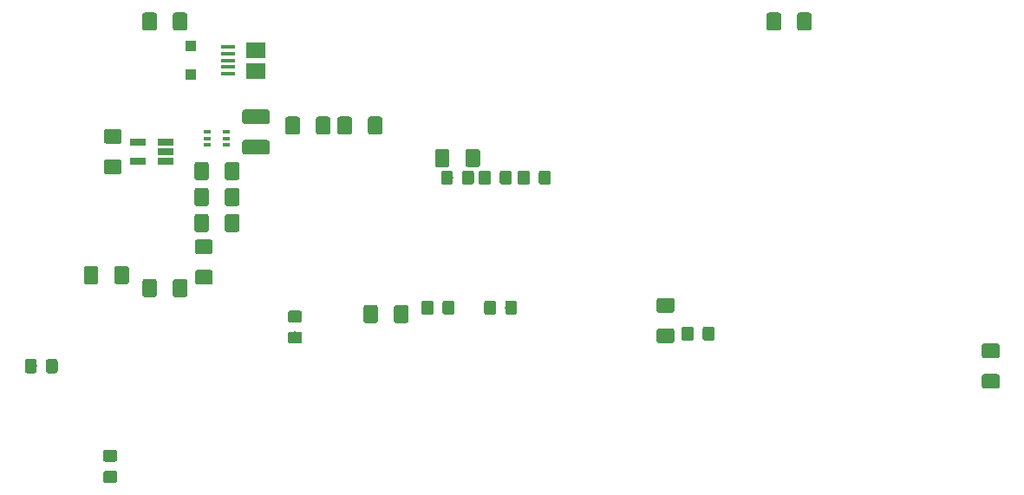
<source format=gbr>
G04 #@! TF.GenerationSoftware,KiCad,Pcbnew,5.1.2-f72e74a~84~ubuntu18.04.1*
G04 #@! TF.CreationDate,2019-06-25T00:33:59+02:00*
G04 #@! TF.ProjectId,invaders,696e7661-6465-4727-932e-6b696361645f,rev?*
G04 #@! TF.SameCoordinates,Original*
G04 #@! TF.FileFunction,Paste,Bot*
G04 #@! TF.FilePolarity,Positive*
%FSLAX46Y46*%
G04 Gerber Fmt 4.6, Leading zero omitted, Abs format (unit mm)*
G04 Created by KiCad (PCBNEW 5.1.2-f72e74a~84~ubuntu18.04.1) date 2019-06-25 00:33:59*
%MOMM*%
%LPD*%
G04 APERTURE LIST*
%ADD10C,0.100000*%
%ADD11C,1.425000*%
%ADD12C,1.150000*%
%ADD13R,1.100000X1.100000*%
%ADD14R,1.900000X1.500000*%
%ADD15R,1.350000X0.400000*%
%ADD16R,1.560000X0.650000*%
%ADD17R,0.650000X0.400000*%
G04 APERTURE END LIST*
D10*
G36*
X72659504Y-114061204D02*
G01*
X72683773Y-114064804D01*
X72707571Y-114070765D01*
X72730671Y-114079030D01*
X72752849Y-114089520D01*
X72773893Y-114102133D01*
X72793598Y-114116747D01*
X72811777Y-114133223D01*
X72828253Y-114151402D01*
X72842867Y-114171107D01*
X72855480Y-114192151D01*
X72865970Y-114214329D01*
X72874235Y-114237429D01*
X72880196Y-114261227D01*
X72883796Y-114285496D01*
X72885000Y-114310000D01*
X72885000Y-115560000D01*
X72883796Y-115584504D01*
X72880196Y-115608773D01*
X72874235Y-115632571D01*
X72865970Y-115655671D01*
X72855480Y-115677849D01*
X72842867Y-115698893D01*
X72828253Y-115718598D01*
X72811777Y-115736777D01*
X72793598Y-115753253D01*
X72773893Y-115767867D01*
X72752849Y-115780480D01*
X72730671Y-115790970D01*
X72707571Y-115799235D01*
X72683773Y-115805196D01*
X72659504Y-115808796D01*
X72635000Y-115810000D01*
X71710000Y-115810000D01*
X71685496Y-115808796D01*
X71661227Y-115805196D01*
X71637429Y-115799235D01*
X71614329Y-115790970D01*
X71592151Y-115780480D01*
X71571107Y-115767867D01*
X71551402Y-115753253D01*
X71533223Y-115736777D01*
X71516747Y-115718598D01*
X71502133Y-115698893D01*
X71489520Y-115677849D01*
X71479030Y-115655671D01*
X71470765Y-115632571D01*
X71464804Y-115608773D01*
X71461204Y-115584504D01*
X71460000Y-115560000D01*
X71460000Y-114310000D01*
X71461204Y-114285496D01*
X71464804Y-114261227D01*
X71470765Y-114237429D01*
X71479030Y-114214329D01*
X71489520Y-114192151D01*
X71502133Y-114171107D01*
X71516747Y-114151402D01*
X71533223Y-114133223D01*
X71551402Y-114116747D01*
X71571107Y-114102133D01*
X71592151Y-114089520D01*
X71614329Y-114079030D01*
X71637429Y-114070765D01*
X71661227Y-114064804D01*
X71685496Y-114061204D01*
X71710000Y-114060000D01*
X72635000Y-114060000D01*
X72659504Y-114061204D01*
X72659504Y-114061204D01*
G37*
D11*
X72172500Y-114935000D03*
D10*
G36*
X75634504Y-114061204D02*
G01*
X75658773Y-114064804D01*
X75682571Y-114070765D01*
X75705671Y-114079030D01*
X75727849Y-114089520D01*
X75748893Y-114102133D01*
X75768598Y-114116747D01*
X75786777Y-114133223D01*
X75803253Y-114151402D01*
X75817867Y-114171107D01*
X75830480Y-114192151D01*
X75840970Y-114214329D01*
X75849235Y-114237429D01*
X75855196Y-114261227D01*
X75858796Y-114285496D01*
X75860000Y-114310000D01*
X75860000Y-115560000D01*
X75858796Y-115584504D01*
X75855196Y-115608773D01*
X75849235Y-115632571D01*
X75840970Y-115655671D01*
X75830480Y-115677849D01*
X75817867Y-115698893D01*
X75803253Y-115718598D01*
X75786777Y-115736777D01*
X75768598Y-115753253D01*
X75748893Y-115767867D01*
X75727849Y-115780480D01*
X75705671Y-115790970D01*
X75682571Y-115799235D01*
X75658773Y-115805196D01*
X75634504Y-115808796D01*
X75610000Y-115810000D01*
X74685000Y-115810000D01*
X74660496Y-115808796D01*
X74636227Y-115805196D01*
X74612429Y-115799235D01*
X74589329Y-115790970D01*
X74567151Y-115780480D01*
X74546107Y-115767867D01*
X74526402Y-115753253D01*
X74508223Y-115736777D01*
X74491747Y-115718598D01*
X74477133Y-115698893D01*
X74464520Y-115677849D01*
X74454030Y-115655671D01*
X74445765Y-115632571D01*
X74439804Y-115608773D01*
X74436204Y-115584504D01*
X74435000Y-115560000D01*
X74435000Y-114310000D01*
X74436204Y-114285496D01*
X74439804Y-114261227D01*
X74445765Y-114237429D01*
X74454030Y-114214329D01*
X74464520Y-114192151D01*
X74477133Y-114171107D01*
X74491747Y-114151402D01*
X74508223Y-114133223D01*
X74526402Y-114116747D01*
X74546107Y-114102133D01*
X74567151Y-114089520D01*
X74589329Y-114079030D01*
X74612429Y-114070765D01*
X74636227Y-114064804D01*
X74660496Y-114061204D01*
X74685000Y-114060000D01*
X75610000Y-114060000D01*
X75634504Y-114061204D01*
X75634504Y-114061204D01*
G37*
D11*
X75147500Y-114935000D03*
D10*
G36*
X65244505Y-116656204D02*
G01*
X65268773Y-116659804D01*
X65292572Y-116665765D01*
X65315671Y-116674030D01*
X65337850Y-116684520D01*
X65358893Y-116697132D01*
X65378599Y-116711747D01*
X65396777Y-116728223D01*
X65413253Y-116746401D01*
X65427868Y-116766107D01*
X65440480Y-116787150D01*
X65450970Y-116809329D01*
X65459235Y-116832428D01*
X65465196Y-116856227D01*
X65468796Y-116880495D01*
X65470000Y-116904999D01*
X65470000Y-117555001D01*
X65468796Y-117579505D01*
X65465196Y-117603773D01*
X65459235Y-117627572D01*
X65450970Y-117650671D01*
X65440480Y-117672850D01*
X65427868Y-117693893D01*
X65413253Y-117713599D01*
X65396777Y-117731777D01*
X65378599Y-117748253D01*
X65358893Y-117762868D01*
X65337850Y-117775480D01*
X65315671Y-117785970D01*
X65292572Y-117794235D01*
X65268773Y-117800196D01*
X65244505Y-117803796D01*
X65220001Y-117805000D01*
X64319999Y-117805000D01*
X64295495Y-117803796D01*
X64271227Y-117800196D01*
X64247428Y-117794235D01*
X64224329Y-117785970D01*
X64202150Y-117775480D01*
X64181107Y-117762868D01*
X64161401Y-117748253D01*
X64143223Y-117731777D01*
X64126747Y-117713599D01*
X64112132Y-117693893D01*
X64099520Y-117672850D01*
X64089030Y-117650671D01*
X64080765Y-117627572D01*
X64074804Y-117603773D01*
X64071204Y-117579505D01*
X64070000Y-117555001D01*
X64070000Y-116904999D01*
X64071204Y-116880495D01*
X64074804Y-116856227D01*
X64080765Y-116832428D01*
X64089030Y-116809329D01*
X64099520Y-116787150D01*
X64112132Y-116766107D01*
X64126747Y-116746401D01*
X64143223Y-116728223D01*
X64161401Y-116711747D01*
X64181107Y-116697132D01*
X64202150Y-116684520D01*
X64224329Y-116674030D01*
X64247428Y-116665765D01*
X64271227Y-116659804D01*
X64295495Y-116656204D01*
X64319999Y-116655000D01*
X65220001Y-116655000D01*
X65244505Y-116656204D01*
X65244505Y-116656204D01*
G37*
D12*
X64770000Y-117230000D03*
D10*
G36*
X65244505Y-114606204D02*
G01*
X65268773Y-114609804D01*
X65292572Y-114615765D01*
X65315671Y-114624030D01*
X65337850Y-114634520D01*
X65358893Y-114647132D01*
X65378599Y-114661747D01*
X65396777Y-114678223D01*
X65413253Y-114696401D01*
X65427868Y-114716107D01*
X65440480Y-114737150D01*
X65450970Y-114759329D01*
X65459235Y-114782428D01*
X65465196Y-114806227D01*
X65468796Y-114830495D01*
X65470000Y-114854999D01*
X65470000Y-115505001D01*
X65468796Y-115529505D01*
X65465196Y-115553773D01*
X65459235Y-115577572D01*
X65450970Y-115600671D01*
X65440480Y-115622850D01*
X65427868Y-115643893D01*
X65413253Y-115663599D01*
X65396777Y-115681777D01*
X65378599Y-115698253D01*
X65358893Y-115712868D01*
X65337850Y-115725480D01*
X65315671Y-115735970D01*
X65292572Y-115744235D01*
X65268773Y-115750196D01*
X65244505Y-115753796D01*
X65220001Y-115755000D01*
X64319999Y-115755000D01*
X64295495Y-115753796D01*
X64271227Y-115750196D01*
X64247428Y-115744235D01*
X64224329Y-115735970D01*
X64202150Y-115725480D01*
X64181107Y-115712868D01*
X64161401Y-115698253D01*
X64143223Y-115681777D01*
X64126747Y-115663599D01*
X64112132Y-115643893D01*
X64099520Y-115622850D01*
X64089030Y-115600671D01*
X64080765Y-115577572D01*
X64074804Y-115553773D01*
X64071204Y-115529505D01*
X64070000Y-115505001D01*
X64070000Y-114854999D01*
X64071204Y-114830495D01*
X64074804Y-114806227D01*
X64080765Y-114782428D01*
X64089030Y-114759329D01*
X64099520Y-114737150D01*
X64112132Y-114716107D01*
X64126747Y-114696401D01*
X64143223Y-114678223D01*
X64161401Y-114661747D01*
X64181107Y-114647132D01*
X64202150Y-114634520D01*
X64224329Y-114624030D01*
X64247428Y-114615765D01*
X64271227Y-114609804D01*
X64295495Y-114606204D01*
X64319999Y-114605000D01*
X65220001Y-114605000D01*
X65244505Y-114606204D01*
X65244505Y-114606204D01*
G37*
D12*
X64770000Y-115180000D03*
D10*
G36*
X89512505Y-100901204D02*
G01*
X89536773Y-100904804D01*
X89560572Y-100910765D01*
X89583671Y-100919030D01*
X89605850Y-100929520D01*
X89626893Y-100942132D01*
X89646599Y-100956747D01*
X89664777Y-100973223D01*
X89681253Y-100991401D01*
X89695868Y-101011107D01*
X89708480Y-101032150D01*
X89718970Y-101054329D01*
X89727235Y-101077428D01*
X89733196Y-101101227D01*
X89736796Y-101125495D01*
X89738000Y-101149999D01*
X89738000Y-102050001D01*
X89736796Y-102074505D01*
X89733196Y-102098773D01*
X89727235Y-102122572D01*
X89718970Y-102145671D01*
X89708480Y-102167850D01*
X89695868Y-102188893D01*
X89681253Y-102208599D01*
X89664777Y-102226777D01*
X89646599Y-102243253D01*
X89626893Y-102257868D01*
X89605850Y-102270480D01*
X89583671Y-102280970D01*
X89560572Y-102289235D01*
X89536773Y-102295196D01*
X89512505Y-102298796D01*
X89488001Y-102300000D01*
X88837999Y-102300000D01*
X88813495Y-102298796D01*
X88789227Y-102295196D01*
X88765428Y-102289235D01*
X88742329Y-102280970D01*
X88720150Y-102270480D01*
X88699107Y-102257868D01*
X88679401Y-102243253D01*
X88661223Y-102226777D01*
X88644747Y-102208599D01*
X88630132Y-102188893D01*
X88617520Y-102167850D01*
X88607030Y-102145671D01*
X88598765Y-102122572D01*
X88592804Y-102098773D01*
X88589204Y-102074505D01*
X88588000Y-102050001D01*
X88588000Y-101149999D01*
X88589204Y-101125495D01*
X88592804Y-101101227D01*
X88598765Y-101077428D01*
X88607030Y-101054329D01*
X88617520Y-101032150D01*
X88630132Y-101011107D01*
X88644747Y-100991401D01*
X88661223Y-100973223D01*
X88679401Y-100956747D01*
X88699107Y-100942132D01*
X88720150Y-100929520D01*
X88742329Y-100919030D01*
X88765428Y-100910765D01*
X88789227Y-100904804D01*
X88813495Y-100901204D01*
X88837999Y-100900000D01*
X89488001Y-100900000D01*
X89512505Y-100901204D01*
X89512505Y-100901204D01*
G37*
D12*
X89163000Y-101600000D03*
D10*
G36*
X87462505Y-100901204D02*
G01*
X87486773Y-100904804D01*
X87510572Y-100910765D01*
X87533671Y-100919030D01*
X87555850Y-100929520D01*
X87576893Y-100942132D01*
X87596599Y-100956747D01*
X87614777Y-100973223D01*
X87631253Y-100991401D01*
X87645868Y-101011107D01*
X87658480Y-101032150D01*
X87668970Y-101054329D01*
X87677235Y-101077428D01*
X87683196Y-101101227D01*
X87686796Y-101125495D01*
X87688000Y-101149999D01*
X87688000Y-102050001D01*
X87686796Y-102074505D01*
X87683196Y-102098773D01*
X87677235Y-102122572D01*
X87668970Y-102145671D01*
X87658480Y-102167850D01*
X87645868Y-102188893D01*
X87631253Y-102208599D01*
X87614777Y-102226777D01*
X87596599Y-102243253D01*
X87576893Y-102257868D01*
X87555850Y-102270480D01*
X87533671Y-102280970D01*
X87510572Y-102289235D01*
X87486773Y-102295196D01*
X87462505Y-102298796D01*
X87438001Y-102300000D01*
X86787999Y-102300000D01*
X86763495Y-102298796D01*
X86739227Y-102295196D01*
X86715428Y-102289235D01*
X86692329Y-102280970D01*
X86670150Y-102270480D01*
X86649107Y-102257868D01*
X86629401Y-102243253D01*
X86611223Y-102226777D01*
X86594747Y-102208599D01*
X86580132Y-102188893D01*
X86567520Y-102167850D01*
X86557030Y-102145671D01*
X86548765Y-102122572D01*
X86542804Y-102098773D01*
X86539204Y-102074505D01*
X86538000Y-102050001D01*
X86538000Y-101149999D01*
X86539204Y-101125495D01*
X86542804Y-101101227D01*
X86548765Y-101077428D01*
X86557030Y-101054329D01*
X86567520Y-101032150D01*
X86580132Y-101011107D01*
X86594747Y-100991401D01*
X86611223Y-100973223D01*
X86629401Y-100956747D01*
X86649107Y-100942132D01*
X86670150Y-100929520D01*
X86692329Y-100919030D01*
X86715428Y-100910765D01*
X86739227Y-100904804D01*
X86763495Y-100901204D01*
X86787999Y-100900000D01*
X87438001Y-100900000D01*
X87462505Y-100901204D01*
X87462505Y-100901204D01*
G37*
D12*
X87113000Y-101600000D03*
D10*
G36*
X133364504Y-117816204D02*
G01*
X133388773Y-117819804D01*
X133412571Y-117825765D01*
X133435671Y-117834030D01*
X133457849Y-117844520D01*
X133478893Y-117857133D01*
X133498598Y-117871747D01*
X133516777Y-117888223D01*
X133533253Y-117906402D01*
X133547867Y-117926107D01*
X133560480Y-117947151D01*
X133570970Y-117969329D01*
X133579235Y-117992429D01*
X133585196Y-118016227D01*
X133588796Y-118040496D01*
X133590000Y-118065000D01*
X133590000Y-118990000D01*
X133588796Y-119014504D01*
X133585196Y-119038773D01*
X133579235Y-119062571D01*
X133570970Y-119085671D01*
X133560480Y-119107849D01*
X133547867Y-119128893D01*
X133533253Y-119148598D01*
X133516777Y-119166777D01*
X133498598Y-119183253D01*
X133478893Y-119197867D01*
X133457849Y-119210480D01*
X133435671Y-119220970D01*
X133412571Y-119229235D01*
X133388773Y-119235196D01*
X133364504Y-119238796D01*
X133340000Y-119240000D01*
X132090000Y-119240000D01*
X132065496Y-119238796D01*
X132041227Y-119235196D01*
X132017429Y-119229235D01*
X131994329Y-119220970D01*
X131972151Y-119210480D01*
X131951107Y-119197867D01*
X131931402Y-119183253D01*
X131913223Y-119166777D01*
X131896747Y-119148598D01*
X131882133Y-119128893D01*
X131869520Y-119107849D01*
X131859030Y-119085671D01*
X131850765Y-119062571D01*
X131844804Y-119038773D01*
X131841204Y-119014504D01*
X131840000Y-118990000D01*
X131840000Y-118065000D01*
X131841204Y-118040496D01*
X131844804Y-118016227D01*
X131850765Y-117992429D01*
X131859030Y-117969329D01*
X131869520Y-117947151D01*
X131882133Y-117926107D01*
X131896747Y-117906402D01*
X131913223Y-117888223D01*
X131931402Y-117871747D01*
X131951107Y-117857133D01*
X131972151Y-117844520D01*
X131994329Y-117834030D01*
X132017429Y-117825765D01*
X132041227Y-117819804D01*
X132065496Y-117816204D01*
X132090000Y-117815000D01*
X133340000Y-117815000D01*
X133364504Y-117816204D01*
X133364504Y-117816204D01*
G37*
D11*
X132715000Y-118527500D03*
D10*
G36*
X133364504Y-120791204D02*
G01*
X133388773Y-120794804D01*
X133412571Y-120800765D01*
X133435671Y-120809030D01*
X133457849Y-120819520D01*
X133478893Y-120832133D01*
X133498598Y-120846747D01*
X133516777Y-120863223D01*
X133533253Y-120881402D01*
X133547867Y-120901107D01*
X133560480Y-120922151D01*
X133570970Y-120944329D01*
X133579235Y-120967429D01*
X133585196Y-120991227D01*
X133588796Y-121015496D01*
X133590000Y-121040000D01*
X133590000Y-121965000D01*
X133588796Y-121989504D01*
X133585196Y-122013773D01*
X133579235Y-122037571D01*
X133570970Y-122060671D01*
X133560480Y-122082849D01*
X133547867Y-122103893D01*
X133533253Y-122123598D01*
X133516777Y-122141777D01*
X133498598Y-122158253D01*
X133478893Y-122172867D01*
X133457849Y-122185480D01*
X133435671Y-122195970D01*
X133412571Y-122204235D01*
X133388773Y-122210196D01*
X133364504Y-122213796D01*
X133340000Y-122215000D01*
X132090000Y-122215000D01*
X132065496Y-122213796D01*
X132041227Y-122210196D01*
X132017429Y-122204235D01*
X131994329Y-122195970D01*
X131972151Y-122185480D01*
X131951107Y-122172867D01*
X131931402Y-122158253D01*
X131913223Y-122141777D01*
X131896747Y-122123598D01*
X131882133Y-122103893D01*
X131869520Y-122082849D01*
X131859030Y-122060671D01*
X131850765Y-122037571D01*
X131844804Y-122013773D01*
X131841204Y-121989504D01*
X131840000Y-121965000D01*
X131840000Y-121040000D01*
X131841204Y-121015496D01*
X131844804Y-120991227D01*
X131850765Y-120967429D01*
X131859030Y-120944329D01*
X131869520Y-120922151D01*
X131882133Y-120901107D01*
X131896747Y-120881402D01*
X131913223Y-120863223D01*
X131931402Y-120846747D01*
X131951107Y-120832133D01*
X131972151Y-120819520D01*
X131994329Y-120809030D01*
X132017429Y-120800765D01*
X132041227Y-120794804D01*
X132065496Y-120791204D01*
X132090000Y-120790000D01*
X133340000Y-120790000D01*
X133364504Y-120791204D01*
X133364504Y-120791204D01*
G37*
D11*
X132715000Y-121502500D03*
D10*
G36*
X115004504Y-85486204D02*
G01*
X115028773Y-85489804D01*
X115052571Y-85495765D01*
X115075671Y-85504030D01*
X115097849Y-85514520D01*
X115118893Y-85527133D01*
X115138598Y-85541747D01*
X115156777Y-85558223D01*
X115173253Y-85576402D01*
X115187867Y-85596107D01*
X115200480Y-85617151D01*
X115210970Y-85639329D01*
X115219235Y-85662429D01*
X115225196Y-85686227D01*
X115228796Y-85710496D01*
X115230000Y-85735000D01*
X115230000Y-86985000D01*
X115228796Y-87009504D01*
X115225196Y-87033773D01*
X115219235Y-87057571D01*
X115210970Y-87080671D01*
X115200480Y-87102849D01*
X115187867Y-87123893D01*
X115173253Y-87143598D01*
X115156777Y-87161777D01*
X115138598Y-87178253D01*
X115118893Y-87192867D01*
X115097849Y-87205480D01*
X115075671Y-87215970D01*
X115052571Y-87224235D01*
X115028773Y-87230196D01*
X115004504Y-87233796D01*
X114980000Y-87235000D01*
X114055000Y-87235000D01*
X114030496Y-87233796D01*
X114006227Y-87230196D01*
X113982429Y-87224235D01*
X113959329Y-87215970D01*
X113937151Y-87205480D01*
X113916107Y-87192867D01*
X113896402Y-87178253D01*
X113878223Y-87161777D01*
X113861747Y-87143598D01*
X113847133Y-87123893D01*
X113834520Y-87102849D01*
X113824030Y-87080671D01*
X113815765Y-87057571D01*
X113809804Y-87033773D01*
X113806204Y-87009504D01*
X113805000Y-86985000D01*
X113805000Y-85735000D01*
X113806204Y-85710496D01*
X113809804Y-85686227D01*
X113815765Y-85662429D01*
X113824030Y-85639329D01*
X113834520Y-85617151D01*
X113847133Y-85596107D01*
X113861747Y-85576402D01*
X113878223Y-85558223D01*
X113896402Y-85541747D01*
X113916107Y-85527133D01*
X113937151Y-85514520D01*
X113959329Y-85504030D01*
X113982429Y-85495765D01*
X114006227Y-85489804D01*
X114030496Y-85486204D01*
X114055000Y-85485000D01*
X114980000Y-85485000D01*
X115004504Y-85486204D01*
X115004504Y-85486204D01*
G37*
D11*
X114517500Y-86360000D03*
D10*
G36*
X112029504Y-85486204D02*
G01*
X112053773Y-85489804D01*
X112077571Y-85495765D01*
X112100671Y-85504030D01*
X112122849Y-85514520D01*
X112143893Y-85527133D01*
X112163598Y-85541747D01*
X112181777Y-85558223D01*
X112198253Y-85576402D01*
X112212867Y-85596107D01*
X112225480Y-85617151D01*
X112235970Y-85639329D01*
X112244235Y-85662429D01*
X112250196Y-85686227D01*
X112253796Y-85710496D01*
X112255000Y-85735000D01*
X112255000Y-86985000D01*
X112253796Y-87009504D01*
X112250196Y-87033773D01*
X112244235Y-87057571D01*
X112235970Y-87080671D01*
X112225480Y-87102849D01*
X112212867Y-87123893D01*
X112198253Y-87143598D01*
X112181777Y-87161777D01*
X112163598Y-87178253D01*
X112143893Y-87192867D01*
X112122849Y-87205480D01*
X112100671Y-87215970D01*
X112077571Y-87224235D01*
X112053773Y-87230196D01*
X112029504Y-87233796D01*
X112005000Y-87235000D01*
X111080000Y-87235000D01*
X111055496Y-87233796D01*
X111031227Y-87230196D01*
X111007429Y-87224235D01*
X110984329Y-87215970D01*
X110962151Y-87205480D01*
X110941107Y-87192867D01*
X110921402Y-87178253D01*
X110903223Y-87161777D01*
X110886747Y-87143598D01*
X110872133Y-87123893D01*
X110859520Y-87102849D01*
X110849030Y-87080671D01*
X110840765Y-87057571D01*
X110834804Y-87033773D01*
X110831204Y-87009504D01*
X110830000Y-86985000D01*
X110830000Y-85735000D01*
X110831204Y-85710496D01*
X110834804Y-85686227D01*
X110840765Y-85662429D01*
X110849030Y-85639329D01*
X110859520Y-85617151D01*
X110872133Y-85596107D01*
X110886747Y-85576402D01*
X110903223Y-85558223D01*
X110921402Y-85541747D01*
X110941107Y-85527133D01*
X110962151Y-85514520D01*
X110984329Y-85504030D01*
X111007429Y-85495765D01*
X111031227Y-85489804D01*
X111055496Y-85486204D01*
X111080000Y-85485000D01*
X112005000Y-85485000D01*
X112029504Y-85486204D01*
X112029504Y-85486204D01*
G37*
D11*
X111542500Y-86360000D03*
D10*
G36*
X51069504Y-85486204D02*
G01*
X51093773Y-85489804D01*
X51117571Y-85495765D01*
X51140671Y-85504030D01*
X51162849Y-85514520D01*
X51183893Y-85527133D01*
X51203598Y-85541747D01*
X51221777Y-85558223D01*
X51238253Y-85576402D01*
X51252867Y-85596107D01*
X51265480Y-85617151D01*
X51275970Y-85639329D01*
X51284235Y-85662429D01*
X51290196Y-85686227D01*
X51293796Y-85710496D01*
X51295000Y-85735000D01*
X51295000Y-86985000D01*
X51293796Y-87009504D01*
X51290196Y-87033773D01*
X51284235Y-87057571D01*
X51275970Y-87080671D01*
X51265480Y-87102849D01*
X51252867Y-87123893D01*
X51238253Y-87143598D01*
X51221777Y-87161777D01*
X51203598Y-87178253D01*
X51183893Y-87192867D01*
X51162849Y-87205480D01*
X51140671Y-87215970D01*
X51117571Y-87224235D01*
X51093773Y-87230196D01*
X51069504Y-87233796D01*
X51045000Y-87235000D01*
X50120000Y-87235000D01*
X50095496Y-87233796D01*
X50071227Y-87230196D01*
X50047429Y-87224235D01*
X50024329Y-87215970D01*
X50002151Y-87205480D01*
X49981107Y-87192867D01*
X49961402Y-87178253D01*
X49943223Y-87161777D01*
X49926747Y-87143598D01*
X49912133Y-87123893D01*
X49899520Y-87102849D01*
X49889030Y-87080671D01*
X49880765Y-87057571D01*
X49874804Y-87033773D01*
X49871204Y-87009504D01*
X49870000Y-86985000D01*
X49870000Y-85735000D01*
X49871204Y-85710496D01*
X49874804Y-85686227D01*
X49880765Y-85662429D01*
X49889030Y-85639329D01*
X49899520Y-85617151D01*
X49912133Y-85596107D01*
X49926747Y-85576402D01*
X49943223Y-85558223D01*
X49961402Y-85541747D01*
X49981107Y-85527133D01*
X50002151Y-85514520D01*
X50024329Y-85504030D01*
X50047429Y-85495765D01*
X50071227Y-85489804D01*
X50095496Y-85486204D01*
X50120000Y-85485000D01*
X51045000Y-85485000D01*
X51069504Y-85486204D01*
X51069504Y-85486204D01*
G37*
D11*
X50582500Y-86360000D03*
D10*
G36*
X54044504Y-85486204D02*
G01*
X54068773Y-85489804D01*
X54092571Y-85495765D01*
X54115671Y-85504030D01*
X54137849Y-85514520D01*
X54158893Y-85527133D01*
X54178598Y-85541747D01*
X54196777Y-85558223D01*
X54213253Y-85576402D01*
X54227867Y-85596107D01*
X54240480Y-85617151D01*
X54250970Y-85639329D01*
X54259235Y-85662429D01*
X54265196Y-85686227D01*
X54268796Y-85710496D01*
X54270000Y-85735000D01*
X54270000Y-86985000D01*
X54268796Y-87009504D01*
X54265196Y-87033773D01*
X54259235Y-87057571D01*
X54250970Y-87080671D01*
X54240480Y-87102849D01*
X54227867Y-87123893D01*
X54213253Y-87143598D01*
X54196777Y-87161777D01*
X54178598Y-87178253D01*
X54158893Y-87192867D01*
X54137849Y-87205480D01*
X54115671Y-87215970D01*
X54092571Y-87224235D01*
X54068773Y-87230196D01*
X54044504Y-87233796D01*
X54020000Y-87235000D01*
X53095000Y-87235000D01*
X53070496Y-87233796D01*
X53046227Y-87230196D01*
X53022429Y-87224235D01*
X52999329Y-87215970D01*
X52977151Y-87205480D01*
X52956107Y-87192867D01*
X52936402Y-87178253D01*
X52918223Y-87161777D01*
X52901747Y-87143598D01*
X52887133Y-87123893D01*
X52874520Y-87102849D01*
X52864030Y-87080671D01*
X52855765Y-87057571D01*
X52849804Y-87033773D01*
X52846204Y-87009504D01*
X52845000Y-86985000D01*
X52845000Y-85735000D01*
X52846204Y-85710496D01*
X52849804Y-85686227D01*
X52855765Y-85662429D01*
X52864030Y-85639329D01*
X52874520Y-85617151D01*
X52887133Y-85596107D01*
X52901747Y-85576402D01*
X52918223Y-85558223D01*
X52936402Y-85541747D01*
X52956107Y-85527133D01*
X52977151Y-85514520D01*
X52999329Y-85504030D01*
X53022429Y-85495765D01*
X53046227Y-85489804D01*
X53070496Y-85486204D01*
X53095000Y-85485000D01*
X54020000Y-85485000D01*
X54044504Y-85486204D01*
X54044504Y-85486204D01*
G37*
D11*
X53557500Y-86360000D03*
D10*
G36*
X86219505Y-113601204D02*
G01*
X86243773Y-113604804D01*
X86267572Y-113610765D01*
X86290671Y-113619030D01*
X86312850Y-113629520D01*
X86333893Y-113642132D01*
X86353599Y-113656747D01*
X86371777Y-113673223D01*
X86388253Y-113691401D01*
X86402868Y-113711107D01*
X86415480Y-113732150D01*
X86425970Y-113754329D01*
X86434235Y-113777428D01*
X86440196Y-113801227D01*
X86443796Y-113825495D01*
X86445000Y-113849999D01*
X86445000Y-114750001D01*
X86443796Y-114774505D01*
X86440196Y-114798773D01*
X86434235Y-114822572D01*
X86425970Y-114845671D01*
X86415480Y-114867850D01*
X86402868Y-114888893D01*
X86388253Y-114908599D01*
X86371777Y-114926777D01*
X86353599Y-114943253D01*
X86333893Y-114957868D01*
X86312850Y-114970480D01*
X86290671Y-114980970D01*
X86267572Y-114989235D01*
X86243773Y-114995196D01*
X86219505Y-114998796D01*
X86195001Y-115000000D01*
X85544999Y-115000000D01*
X85520495Y-114998796D01*
X85496227Y-114995196D01*
X85472428Y-114989235D01*
X85449329Y-114980970D01*
X85427150Y-114970480D01*
X85406107Y-114957868D01*
X85386401Y-114943253D01*
X85368223Y-114926777D01*
X85351747Y-114908599D01*
X85337132Y-114888893D01*
X85324520Y-114867850D01*
X85314030Y-114845671D01*
X85305765Y-114822572D01*
X85299804Y-114798773D01*
X85296204Y-114774505D01*
X85295000Y-114750001D01*
X85295000Y-113849999D01*
X85296204Y-113825495D01*
X85299804Y-113801227D01*
X85305765Y-113777428D01*
X85314030Y-113754329D01*
X85324520Y-113732150D01*
X85337132Y-113711107D01*
X85351747Y-113691401D01*
X85368223Y-113673223D01*
X85386401Y-113656747D01*
X85406107Y-113642132D01*
X85427150Y-113629520D01*
X85449329Y-113619030D01*
X85472428Y-113610765D01*
X85496227Y-113604804D01*
X85520495Y-113601204D01*
X85544999Y-113600000D01*
X86195001Y-113600000D01*
X86219505Y-113601204D01*
X86219505Y-113601204D01*
G37*
D12*
X85870000Y-114300000D03*
D10*
G36*
X84169505Y-113601204D02*
G01*
X84193773Y-113604804D01*
X84217572Y-113610765D01*
X84240671Y-113619030D01*
X84262850Y-113629520D01*
X84283893Y-113642132D01*
X84303599Y-113656747D01*
X84321777Y-113673223D01*
X84338253Y-113691401D01*
X84352868Y-113711107D01*
X84365480Y-113732150D01*
X84375970Y-113754329D01*
X84384235Y-113777428D01*
X84390196Y-113801227D01*
X84393796Y-113825495D01*
X84395000Y-113849999D01*
X84395000Y-114750001D01*
X84393796Y-114774505D01*
X84390196Y-114798773D01*
X84384235Y-114822572D01*
X84375970Y-114845671D01*
X84365480Y-114867850D01*
X84352868Y-114888893D01*
X84338253Y-114908599D01*
X84321777Y-114926777D01*
X84303599Y-114943253D01*
X84283893Y-114957868D01*
X84262850Y-114970480D01*
X84240671Y-114980970D01*
X84217572Y-114989235D01*
X84193773Y-114995196D01*
X84169505Y-114998796D01*
X84145001Y-115000000D01*
X83494999Y-115000000D01*
X83470495Y-114998796D01*
X83446227Y-114995196D01*
X83422428Y-114989235D01*
X83399329Y-114980970D01*
X83377150Y-114970480D01*
X83356107Y-114957868D01*
X83336401Y-114943253D01*
X83318223Y-114926777D01*
X83301747Y-114908599D01*
X83287132Y-114888893D01*
X83274520Y-114867850D01*
X83264030Y-114845671D01*
X83255765Y-114822572D01*
X83249804Y-114798773D01*
X83246204Y-114774505D01*
X83245000Y-114750001D01*
X83245000Y-113849999D01*
X83246204Y-113825495D01*
X83249804Y-113801227D01*
X83255765Y-113777428D01*
X83264030Y-113754329D01*
X83274520Y-113732150D01*
X83287132Y-113711107D01*
X83301747Y-113691401D01*
X83318223Y-113673223D01*
X83336401Y-113656747D01*
X83356107Y-113642132D01*
X83377150Y-113629520D01*
X83399329Y-113619030D01*
X83422428Y-113610765D01*
X83446227Y-113604804D01*
X83470495Y-113601204D01*
X83494999Y-113600000D01*
X84145001Y-113600000D01*
X84169505Y-113601204D01*
X84169505Y-113601204D01*
G37*
D12*
X83820000Y-114300000D03*
D10*
G36*
X47210505Y-128204204D02*
G01*
X47234773Y-128207804D01*
X47258572Y-128213765D01*
X47281671Y-128222030D01*
X47303850Y-128232520D01*
X47324893Y-128245132D01*
X47344599Y-128259747D01*
X47362777Y-128276223D01*
X47379253Y-128294401D01*
X47393868Y-128314107D01*
X47406480Y-128335150D01*
X47416970Y-128357329D01*
X47425235Y-128380428D01*
X47431196Y-128404227D01*
X47434796Y-128428495D01*
X47436000Y-128452999D01*
X47436000Y-129103001D01*
X47434796Y-129127505D01*
X47431196Y-129151773D01*
X47425235Y-129175572D01*
X47416970Y-129198671D01*
X47406480Y-129220850D01*
X47393868Y-129241893D01*
X47379253Y-129261599D01*
X47362777Y-129279777D01*
X47344599Y-129296253D01*
X47324893Y-129310868D01*
X47303850Y-129323480D01*
X47281671Y-129333970D01*
X47258572Y-129342235D01*
X47234773Y-129348196D01*
X47210505Y-129351796D01*
X47186001Y-129353000D01*
X46285999Y-129353000D01*
X46261495Y-129351796D01*
X46237227Y-129348196D01*
X46213428Y-129342235D01*
X46190329Y-129333970D01*
X46168150Y-129323480D01*
X46147107Y-129310868D01*
X46127401Y-129296253D01*
X46109223Y-129279777D01*
X46092747Y-129261599D01*
X46078132Y-129241893D01*
X46065520Y-129220850D01*
X46055030Y-129198671D01*
X46046765Y-129175572D01*
X46040804Y-129151773D01*
X46037204Y-129127505D01*
X46036000Y-129103001D01*
X46036000Y-128452999D01*
X46037204Y-128428495D01*
X46040804Y-128404227D01*
X46046765Y-128380428D01*
X46055030Y-128357329D01*
X46065520Y-128335150D01*
X46078132Y-128314107D01*
X46092747Y-128294401D01*
X46109223Y-128276223D01*
X46127401Y-128259747D01*
X46147107Y-128245132D01*
X46168150Y-128232520D01*
X46190329Y-128222030D01*
X46213428Y-128213765D01*
X46237227Y-128207804D01*
X46261495Y-128204204D01*
X46285999Y-128203000D01*
X47186001Y-128203000D01*
X47210505Y-128204204D01*
X47210505Y-128204204D01*
G37*
D12*
X46736000Y-128778000D03*
D10*
G36*
X47210505Y-130254204D02*
G01*
X47234773Y-130257804D01*
X47258572Y-130263765D01*
X47281671Y-130272030D01*
X47303850Y-130282520D01*
X47324893Y-130295132D01*
X47344599Y-130309747D01*
X47362777Y-130326223D01*
X47379253Y-130344401D01*
X47393868Y-130364107D01*
X47406480Y-130385150D01*
X47416970Y-130407329D01*
X47425235Y-130430428D01*
X47431196Y-130454227D01*
X47434796Y-130478495D01*
X47436000Y-130502999D01*
X47436000Y-131153001D01*
X47434796Y-131177505D01*
X47431196Y-131201773D01*
X47425235Y-131225572D01*
X47416970Y-131248671D01*
X47406480Y-131270850D01*
X47393868Y-131291893D01*
X47379253Y-131311599D01*
X47362777Y-131329777D01*
X47344599Y-131346253D01*
X47324893Y-131360868D01*
X47303850Y-131373480D01*
X47281671Y-131383970D01*
X47258572Y-131392235D01*
X47234773Y-131398196D01*
X47210505Y-131401796D01*
X47186001Y-131403000D01*
X46285999Y-131403000D01*
X46261495Y-131401796D01*
X46237227Y-131398196D01*
X46213428Y-131392235D01*
X46190329Y-131383970D01*
X46168150Y-131373480D01*
X46147107Y-131360868D01*
X46127401Y-131346253D01*
X46109223Y-131329777D01*
X46092747Y-131311599D01*
X46078132Y-131291893D01*
X46065520Y-131270850D01*
X46055030Y-131248671D01*
X46046765Y-131225572D01*
X46040804Y-131201773D01*
X46037204Y-131177505D01*
X46036000Y-131153001D01*
X46036000Y-130502999D01*
X46037204Y-130478495D01*
X46040804Y-130454227D01*
X46046765Y-130430428D01*
X46055030Y-130407329D01*
X46065520Y-130385150D01*
X46078132Y-130364107D01*
X46092747Y-130344401D01*
X46109223Y-130326223D01*
X46127401Y-130309747D01*
X46147107Y-130295132D01*
X46168150Y-130282520D01*
X46190329Y-130272030D01*
X46213428Y-130263765D01*
X46237227Y-130257804D01*
X46261495Y-130254204D01*
X46285999Y-130253000D01*
X47186001Y-130253000D01*
X47210505Y-130254204D01*
X47210505Y-130254204D01*
G37*
D12*
X46736000Y-130828000D03*
D10*
G36*
X78064505Y-113601204D02*
G01*
X78088773Y-113604804D01*
X78112572Y-113610765D01*
X78135671Y-113619030D01*
X78157850Y-113629520D01*
X78178893Y-113642132D01*
X78198599Y-113656747D01*
X78216777Y-113673223D01*
X78233253Y-113691401D01*
X78247868Y-113711107D01*
X78260480Y-113732150D01*
X78270970Y-113754329D01*
X78279235Y-113777428D01*
X78285196Y-113801227D01*
X78288796Y-113825495D01*
X78290000Y-113849999D01*
X78290000Y-114750001D01*
X78288796Y-114774505D01*
X78285196Y-114798773D01*
X78279235Y-114822572D01*
X78270970Y-114845671D01*
X78260480Y-114867850D01*
X78247868Y-114888893D01*
X78233253Y-114908599D01*
X78216777Y-114926777D01*
X78198599Y-114943253D01*
X78178893Y-114957868D01*
X78157850Y-114970480D01*
X78135671Y-114980970D01*
X78112572Y-114989235D01*
X78088773Y-114995196D01*
X78064505Y-114998796D01*
X78040001Y-115000000D01*
X77389999Y-115000000D01*
X77365495Y-114998796D01*
X77341227Y-114995196D01*
X77317428Y-114989235D01*
X77294329Y-114980970D01*
X77272150Y-114970480D01*
X77251107Y-114957868D01*
X77231401Y-114943253D01*
X77213223Y-114926777D01*
X77196747Y-114908599D01*
X77182132Y-114888893D01*
X77169520Y-114867850D01*
X77159030Y-114845671D01*
X77150765Y-114822572D01*
X77144804Y-114798773D01*
X77141204Y-114774505D01*
X77140000Y-114750001D01*
X77140000Y-113849999D01*
X77141204Y-113825495D01*
X77144804Y-113801227D01*
X77150765Y-113777428D01*
X77159030Y-113754329D01*
X77169520Y-113732150D01*
X77182132Y-113711107D01*
X77196747Y-113691401D01*
X77213223Y-113673223D01*
X77231401Y-113656747D01*
X77251107Y-113642132D01*
X77272150Y-113629520D01*
X77294329Y-113619030D01*
X77317428Y-113610765D01*
X77341227Y-113604804D01*
X77365495Y-113601204D01*
X77389999Y-113600000D01*
X78040001Y-113600000D01*
X78064505Y-113601204D01*
X78064505Y-113601204D01*
G37*
D12*
X77715000Y-114300000D03*
D10*
G36*
X80114505Y-113601204D02*
G01*
X80138773Y-113604804D01*
X80162572Y-113610765D01*
X80185671Y-113619030D01*
X80207850Y-113629520D01*
X80228893Y-113642132D01*
X80248599Y-113656747D01*
X80266777Y-113673223D01*
X80283253Y-113691401D01*
X80297868Y-113711107D01*
X80310480Y-113732150D01*
X80320970Y-113754329D01*
X80329235Y-113777428D01*
X80335196Y-113801227D01*
X80338796Y-113825495D01*
X80340000Y-113849999D01*
X80340000Y-114750001D01*
X80338796Y-114774505D01*
X80335196Y-114798773D01*
X80329235Y-114822572D01*
X80320970Y-114845671D01*
X80310480Y-114867850D01*
X80297868Y-114888893D01*
X80283253Y-114908599D01*
X80266777Y-114926777D01*
X80248599Y-114943253D01*
X80228893Y-114957868D01*
X80207850Y-114970480D01*
X80185671Y-114980970D01*
X80162572Y-114989235D01*
X80138773Y-114995196D01*
X80114505Y-114998796D01*
X80090001Y-115000000D01*
X79439999Y-115000000D01*
X79415495Y-114998796D01*
X79391227Y-114995196D01*
X79367428Y-114989235D01*
X79344329Y-114980970D01*
X79322150Y-114970480D01*
X79301107Y-114957868D01*
X79281401Y-114943253D01*
X79263223Y-114926777D01*
X79246747Y-114908599D01*
X79232132Y-114888893D01*
X79219520Y-114867850D01*
X79209030Y-114845671D01*
X79200765Y-114822572D01*
X79194804Y-114798773D01*
X79191204Y-114774505D01*
X79190000Y-114750001D01*
X79190000Y-113849999D01*
X79191204Y-113825495D01*
X79194804Y-113801227D01*
X79200765Y-113777428D01*
X79209030Y-113754329D01*
X79219520Y-113732150D01*
X79232132Y-113711107D01*
X79246747Y-113691401D01*
X79263223Y-113673223D01*
X79281401Y-113656747D01*
X79301107Y-113642132D01*
X79322150Y-113629520D01*
X79344329Y-113619030D01*
X79367428Y-113610765D01*
X79391227Y-113604804D01*
X79415495Y-113601204D01*
X79439999Y-113600000D01*
X80090001Y-113600000D01*
X80114505Y-113601204D01*
X80114505Y-113601204D01*
G37*
D12*
X79765000Y-114300000D03*
D10*
G36*
X41379505Y-119316204D02*
G01*
X41403773Y-119319804D01*
X41427572Y-119325765D01*
X41450671Y-119334030D01*
X41472850Y-119344520D01*
X41493893Y-119357132D01*
X41513599Y-119371747D01*
X41531777Y-119388223D01*
X41548253Y-119406401D01*
X41562868Y-119426107D01*
X41575480Y-119447150D01*
X41585970Y-119469329D01*
X41594235Y-119492428D01*
X41600196Y-119516227D01*
X41603796Y-119540495D01*
X41605000Y-119564999D01*
X41605000Y-120465001D01*
X41603796Y-120489505D01*
X41600196Y-120513773D01*
X41594235Y-120537572D01*
X41585970Y-120560671D01*
X41575480Y-120582850D01*
X41562868Y-120603893D01*
X41548253Y-120623599D01*
X41531777Y-120641777D01*
X41513599Y-120658253D01*
X41493893Y-120672868D01*
X41472850Y-120685480D01*
X41450671Y-120695970D01*
X41427572Y-120704235D01*
X41403773Y-120710196D01*
X41379505Y-120713796D01*
X41355001Y-120715000D01*
X40704999Y-120715000D01*
X40680495Y-120713796D01*
X40656227Y-120710196D01*
X40632428Y-120704235D01*
X40609329Y-120695970D01*
X40587150Y-120685480D01*
X40566107Y-120672868D01*
X40546401Y-120658253D01*
X40528223Y-120641777D01*
X40511747Y-120623599D01*
X40497132Y-120603893D01*
X40484520Y-120582850D01*
X40474030Y-120560671D01*
X40465765Y-120537572D01*
X40459804Y-120513773D01*
X40456204Y-120489505D01*
X40455000Y-120465001D01*
X40455000Y-119564999D01*
X40456204Y-119540495D01*
X40459804Y-119516227D01*
X40465765Y-119492428D01*
X40474030Y-119469329D01*
X40484520Y-119447150D01*
X40497132Y-119426107D01*
X40511747Y-119406401D01*
X40528223Y-119388223D01*
X40546401Y-119371747D01*
X40566107Y-119357132D01*
X40587150Y-119344520D01*
X40609329Y-119334030D01*
X40632428Y-119325765D01*
X40656227Y-119319804D01*
X40680495Y-119316204D01*
X40704999Y-119315000D01*
X41355001Y-119315000D01*
X41379505Y-119316204D01*
X41379505Y-119316204D01*
G37*
D12*
X41030000Y-120015000D03*
D10*
G36*
X39329505Y-119316204D02*
G01*
X39353773Y-119319804D01*
X39377572Y-119325765D01*
X39400671Y-119334030D01*
X39422850Y-119344520D01*
X39443893Y-119357132D01*
X39463599Y-119371747D01*
X39481777Y-119388223D01*
X39498253Y-119406401D01*
X39512868Y-119426107D01*
X39525480Y-119447150D01*
X39535970Y-119469329D01*
X39544235Y-119492428D01*
X39550196Y-119516227D01*
X39553796Y-119540495D01*
X39555000Y-119564999D01*
X39555000Y-120465001D01*
X39553796Y-120489505D01*
X39550196Y-120513773D01*
X39544235Y-120537572D01*
X39535970Y-120560671D01*
X39525480Y-120582850D01*
X39512868Y-120603893D01*
X39498253Y-120623599D01*
X39481777Y-120641777D01*
X39463599Y-120658253D01*
X39443893Y-120672868D01*
X39422850Y-120685480D01*
X39400671Y-120695970D01*
X39377572Y-120704235D01*
X39353773Y-120710196D01*
X39329505Y-120713796D01*
X39305001Y-120715000D01*
X38654999Y-120715000D01*
X38630495Y-120713796D01*
X38606227Y-120710196D01*
X38582428Y-120704235D01*
X38559329Y-120695970D01*
X38537150Y-120685480D01*
X38516107Y-120672868D01*
X38496401Y-120658253D01*
X38478223Y-120641777D01*
X38461747Y-120623599D01*
X38447132Y-120603893D01*
X38434520Y-120582850D01*
X38424030Y-120560671D01*
X38415765Y-120537572D01*
X38409804Y-120513773D01*
X38406204Y-120489505D01*
X38405000Y-120465001D01*
X38405000Y-119564999D01*
X38406204Y-119540495D01*
X38409804Y-119516227D01*
X38415765Y-119492428D01*
X38424030Y-119469329D01*
X38434520Y-119447150D01*
X38447132Y-119426107D01*
X38461747Y-119406401D01*
X38478223Y-119388223D01*
X38496401Y-119371747D01*
X38516107Y-119357132D01*
X38537150Y-119344520D01*
X38559329Y-119334030D01*
X38582428Y-119325765D01*
X38606227Y-119319804D01*
X38630495Y-119316204D01*
X38654999Y-119315000D01*
X39305001Y-119315000D01*
X39329505Y-119316204D01*
X39329505Y-119316204D01*
G37*
D12*
X38980000Y-120015000D03*
D10*
G36*
X82019505Y-100901204D02*
G01*
X82043773Y-100904804D01*
X82067572Y-100910765D01*
X82090671Y-100919030D01*
X82112850Y-100929520D01*
X82133893Y-100942132D01*
X82153599Y-100956747D01*
X82171777Y-100973223D01*
X82188253Y-100991401D01*
X82202868Y-101011107D01*
X82215480Y-101032150D01*
X82225970Y-101054329D01*
X82234235Y-101077428D01*
X82240196Y-101101227D01*
X82243796Y-101125495D01*
X82245000Y-101149999D01*
X82245000Y-102050001D01*
X82243796Y-102074505D01*
X82240196Y-102098773D01*
X82234235Y-102122572D01*
X82225970Y-102145671D01*
X82215480Y-102167850D01*
X82202868Y-102188893D01*
X82188253Y-102208599D01*
X82171777Y-102226777D01*
X82153599Y-102243253D01*
X82133893Y-102257868D01*
X82112850Y-102270480D01*
X82090671Y-102280970D01*
X82067572Y-102289235D01*
X82043773Y-102295196D01*
X82019505Y-102298796D01*
X81995001Y-102300000D01*
X81344999Y-102300000D01*
X81320495Y-102298796D01*
X81296227Y-102295196D01*
X81272428Y-102289235D01*
X81249329Y-102280970D01*
X81227150Y-102270480D01*
X81206107Y-102257868D01*
X81186401Y-102243253D01*
X81168223Y-102226777D01*
X81151747Y-102208599D01*
X81137132Y-102188893D01*
X81124520Y-102167850D01*
X81114030Y-102145671D01*
X81105765Y-102122572D01*
X81099804Y-102098773D01*
X81096204Y-102074505D01*
X81095000Y-102050001D01*
X81095000Y-101149999D01*
X81096204Y-101125495D01*
X81099804Y-101101227D01*
X81105765Y-101077428D01*
X81114030Y-101054329D01*
X81124520Y-101032150D01*
X81137132Y-101011107D01*
X81151747Y-100991401D01*
X81168223Y-100973223D01*
X81186401Y-100956747D01*
X81206107Y-100942132D01*
X81227150Y-100929520D01*
X81249329Y-100919030D01*
X81272428Y-100910765D01*
X81296227Y-100904804D01*
X81320495Y-100901204D01*
X81344999Y-100900000D01*
X81995001Y-100900000D01*
X82019505Y-100901204D01*
X82019505Y-100901204D01*
G37*
D12*
X81670000Y-101600000D03*
D10*
G36*
X79969505Y-100901204D02*
G01*
X79993773Y-100904804D01*
X80017572Y-100910765D01*
X80040671Y-100919030D01*
X80062850Y-100929520D01*
X80083893Y-100942132D01*
X80103599Y-100956747D01*
X80121777Y-100973223D01*
X80138253Y-100991401D01*
X80152868Y-101011107D01*
X80165480Y-101032150D01*
X80175970Y-101054329D01*
X80184235Y-101077428D01*
X80190196Y-101101227D01*
X80193796Y-101125495D01*
X80195000Y-101149999D01*
X80195000Y-102050001D01*
X80193796Y-102074505D01*
X80190196Y-102098773D01*
X80184235Y-102122572D01*
X80175970Y-102145671D01*
X80165480Y-102167850D01*
X80152868Y-102188893D01*
X80138253Y-102208599D01*
X80121777Y-102226777D01*
X80103599Y-102243253D01*
X80083893Y-102257868D01*
X80062850Y-102270480D01*
X80040671Y-102280970D01*
X80017572Y-102289235D01*
X79993773Y-102295196D01*
X79969505Y-102298796D01*
X79945001Y-102300000D01*
X79294999Y-102300000D01*
X79270495Y-102298796D01*
X79246227Y-102295196D01*
X79222428Y-102289235D01*
X79199329Y-102280970D01*
X79177150Y-102270480D01*
X79156107Y-102257868D01*
X79136401Y-102243253D01*
X79118223Y-102226777D01*
X79101747Y-102208599D01*
X79087132Y-102188893D01*
X79074520Y-102167850D01*
X79064030Y-102145671D01*
X79055765Y-102122572D01*
X79049804Y-102098773D01*
X79046204Y-102074505D01*
X79045000Y-102050001D01*
X79045000Y-101149999D01*
X79046204Y-101125495D01*
X79049804Y-101101227D01*
X79055765Y-101077428D01*
X79064030Y-101054329D01*
X79074520Y-101032150D01*
X79087132Y-101011107D01*
X79101747Y-100991401D01*
X79118223Y-100973223D01*
X79136401Y-100956747D01*
X79156107Y-100942132D01*
X79177150Y-100929520D01*
X79199329Y-100919030D01*
X79222428Y-100910765D01*
X79246227Y-100904804D01*
X79270495Y-100901204D01*
X79294999Y-100900000D01*
X79945001Y-100900000D01*
X79969505Y-100901204D01*
X79969505Y-100901204D01*
G37*
D12*
X79620000Y-101600000D03*
D10*
G36*
X103464505Y-116141204D02*
G01*
X103488773Y-116144804D01*
X103512572Y-116150765D01*
X103535671Y-116159030D01*
X103557850Y-116169520D01*
X103578893Y-116182132D01*
X103598599Y-116196747D01*
X103616777Y-116213223D01*
X103633253Y-116231401D01*
X103647868Y-116251107D01*
X103660480Y-116272150D01*
X103670970Y-116294329D01*
X103679235Y-116317428D01*
X103685196Y-116341227D01*
X103688796Y-116365495D01*
X103690000Y-116389999D01*
X103690000Y-117290001D01*
X103688796Y-117314505D01*
X103685196Y-117338773D01*
X103679235Y-117362572D01*
X103670970Y-117385671D01*
X103660480Y-117407850D01*
X103647868Y-117428893D01*
X103633253Y-117448599D01*
X103616777Y-117466777D01*
X103598599Y-117483253D01*
X103578893Y-117497868D01*
X103557850Y-117510480D01*
X103535671Y-117520970D01*
X103512572Y-117529235D01*
X103488773Y-117535196D01*
X103464505Y-117538796D01*
X103440001Y-117540000D01*
X102789999Y-117540000D01*
X102765495Y-117538796D01*
X102741227Y-117535196D01*
X102717428Y-117529235D01*
X102694329Y-117520970D01*
X102672150Y-117510480D01*
X102651107Y-117497868D01*
X102631401Y-117483253D01*
X102613223Y-117466777D01*
X102596747Y-117448599D01*
X102582132Y-117428893D01*
X102569520Y-117407850D01*
X102559030Y-117385671D01*
X102550765Y-117362572D01*
X102544804Y-117338773D01*
X102541204Y-117314505D01*
X102540000Y-117290001D01*
X102540000Y-116389999D01*
X102541204Y-116365495D01*
X102544804Y-116341227D01*
X102550765Y-116317428D01*
X102559030Y-116294329D01*
X102569520Y-116272150D01*
X102582132Y-116251107D01*
X102596747Y-116231401D01*
X102613223Y-116213223D01*
X102631401Y-116196747D01*
X102651107Y-116182132D01*
X102672150Y-116169520D01*
X102694329Y-116159030D01*
X102717428Y-116150765D01*
X102741227Y-116144804D01*
X102765495Y-116141204D01*
X102789999Y-116140000D01*
X103440001Y-116140000D01*
X103464505Y-116141204D01*
X103464505Y-116141204D01*
G37*
D12*
X103115000Y-116840000D03*
D10*
G36*
X105514505Y-116141204D02*
G01*
X105538773Y-116144804D01*
X105562572Y-116150765D01*
X105585671Y-116159030D01*
X105607850Y-116169520D01*
X105628893Y-116182132D01*
X105648599Y-116196747D01*
X105666777Y-116213223D01*
X105683253Y-116231401D01*
X105697868Y-116251107D01*
X105710480Y-116272150D01*
X105720970Y-116294329D01*
X105729235Y-116317428D01*
X105735196Y-116341227D01*
X105738796Y-116365495D01*
X105740000Y-116389999D01*
X105740000Y-117290001D01*
X105738796Y-117314505D01*
X105735196Y-117338773D01*
X105729235Y-117362572D01*
X105720970Y-117385671D01*
X105710480Y-117407850D01*
X105697868Y-117428893D01*
X105683253Y-117448599D01*
X105666777Y-117466777D01*
X105648599Y-117483253D01*
X105628893Y-117497868D01*
X105607850Y-117510480D01*
X105585671Y-117520970D01*
X105562572Y-117529235D01*
X105538773Y-117535196D01*
X105514505Y-117538796D01*
X105490001Y-117540000D01*
X104839999Y-117540000D01*
X104815495Y-117538796D01*
X104791227Y-117535196D01*
X104767428Y-117529235D01*
X104744329Y-117520970D01*
X104722150Y-117510480D01*
X104701107Y-117497868D01*
X104681401Y-117483253D01*
X104663223Y-117466777D01*
X104646747Y-117448599D01*
X104632132Y-117428893D01*
X104619520Y-117407850D01*
X104609030Y-117385671D01*
X104600765Y-117362572D01*
X104594804Y-117338773D01*
X104591204Y-117314505D01*
X104590000Y-117290001D01*
X104590000Y-116389999D01*
X104591204Y-116365495D01*
X104594804Y-116341227D01*
X104600765Y-116317428D01*
X104609030Y-116294329D01*
X104619520Y-116272150D01*
X104632132Y-116251107D01*
X104646747Y-116231401D01*
X104663223Y-116213223D01*
X104681401Y-116196747D01*
X104701107Y-116182132D01*
X104722150Y-116169520D01*
X104744329Y-116159030D01*
X104767428Y-116150765D01*
X104791227Y-116144804D01*
X104815495Y-116141204D01*
X104839999Y-116140000D01*
X105490001Y-116140000D01*
X105514505Y-116141204D01*
X105514505Y-116141204D01*
G37*
D12*
X105165000Y-116840000D03*
D10*
G36*
X56149504Y-102631204D02*
G01*
X56173773Y-102634804D01*
X56197571Y-102640765D01*
X56220671Y-102649030D01*
X56242849Y-102659520D01*
X56263893Y-102672133D01*
X56283598Y-102686747D01*
X56301777Y-102703223D01*
X56318253Y-102721402D01*
X56332867Y-102741107D01*
X56345480Y-102762151D01*
X56355970Y-102784329D01*
X56364235Y-102807429D01*
X56370196Y-102831227D01*
X56373796Y-102855496D01*
X56375000Y-102880000D01*
X56375000Y-104130000D01*
X56373796Y-104154504D01*
X56370196Y-104178773D01*
X56364235Y-104202571D01*
X56355970Y-104225671D01*
X56345480Y-104247849D01*
X56332867Y-104268893D01*
X56318253Y-104288598D01*
X56301777Y-104306777D01*
X56283598Y-104323253D01*
X56263893Y-104337867D01*
X56242849Y-104350480D01*
X56220671Y-104360970D01*
X56197571Y-104369235D01*
X56173773Y-104375196D01*
X56149504Y-104378796D01*
X56125000Y-104380000D01*
X55200000Y-104380000D01*
X55175496Y-104378796D01*
X55151227Y-104375196D01*
X55127429Y-104369235D01*
X55104329Y-104360970D01*
X55082151Y-104350480D01*
X55061107Y-104337867D01*
X55041402Y-104323253D01*
X55023223Y-104306777D01*
X55006747Y-104288598D01*
X54992133Y-104268893D01*
X54979520Y-104247849D01*
X54969030Y-104225671D01*
X54960765Y-104202571D01*
X54954804Y-104178773D01*
X54951204Y-104154504D01*
X54950000Y-104130000D01*
X54950000Y-102880000D01*
X54951204Y-102855496D01*
X54954804Y-102831227D01*
X54960765Y-102807429D01*
X54969030Y-102784329D01*
X54979520Y-102762151D01*
X54992133Y-102741107D01*
X55006747Y-102721402D01*
X55023223Y-102703223D01*
X55041402Y-102686747D01*
X55061107Y-102672133D01*
X55082151Y-102659520D01*
X55104329Y-102649030D01*
X55127429Y-102640765D01*
X55151227Y-102634804D01*
X55175496Y-102631204D01*
X55200000Y-102630000D01*
X56125000Y-102630000D01*
X56149504Y-102631204D01*
X56149504Y-102631204D01*
G37*
D11*
X55662500Y-103505000D03*
D10*
G36*
X59124504Y-102631204D02*
G01*
X59148773Y-102634804D01*
X59172571Y-102640765D01*
X59195671Y-102649030D01*
X59217849Y-102659520D01*
X59238893Y-102672133D01*
X59258598Y-102686747D01*
X59276777Y-102703223D01*
X59293253Y-102721402D01*
X59307867Y-102741107D01*
X59320480Y-102762151D01*
X59330970Y-102784329D01*
X59339235Y-102807429D01*
X59345196Y-102831227D01*
X59348796Y-102855496D01*
X59350000Y-102880000D01*
X59350000Y-104130000D01*
X59348796Y-104154504D01*
X59345196Y-104178773D01*
X59339235Y-104202571D01*
X59330970Y-104225671D01*
X59320480Y-104247849D01*
X59307867Y-104268893D01*
X59293253Y-104288598D01*
X59276777Y-104306777D01*
X59258598Y-104323253D01*
X59238893Y-104337867D01*
X59217849Y-104350480D01*
X59195671Y-104360970D01*
X59172571Y-104369235D01*
X59148773Y-104375196D01*
X59124504Y-104378796D01*
X59100000Y-104380000D01*
X58175000Y-104380000D01*
X58150496Y-104378796D01*
X58126227Y-104375196D01*
X58102429Y-104369235D01*
X58079329Y-104360970D01*
X58057151Y-104350480D01*
X58036107Y-104337867D01*
X58016402Y-104323253D01*
X57998223Y-104306777D01*
X57981747Y-104288598D01*
X57967133Y-104268893D01*
X57954520Y-104247849D01*
X57944030Y-104225671D01*
X57935765Y-104202571D01*
X57929804Y-104178773D01*
X57926204Y-104154504D01*
X57925000Y-104130000D01*
X57925000Y-102880000D01*
X57926204Y-102855496D01*
X57929804Y-102831227D01*
X57935765Y-102807429D01*
X57944030Y-102784329D01*
X57954520Y-102762151D01*
X57967133Y-102741107D01*
X57981747Y-102721402D01*
X57998223Y-102703223D01*
X58016402Y-102686747D01*
X58036107Y-102672133D01*
X58057151Y-102659520D01*
X58079329Y-102649030D01*
X58102429Y-102640765D01*
X58126227Y-102634804D01*
X58150496Y-102631204D01*
X58175000Y-102630000D01*
X59100000Y-102630000D01*
X59124504Y-102631204D01*
X59124504Y-102631204D01*
G37*
D11*
X58637500Y-103505000D03*
D13*
X54610000Y-88770000D03*
X54610000Y-91570000D03*
D10*
G36*
X59124504Y-105171204D02*
G01*
X59148773Y-105174804D01*
X59172571Y-105180765D01*
X59195671Y-105189030D01*
X59217849Y-105199520D01*
X59238893Y-105212133D01*
X59258598Y-105226747D01*
X59276777Y-105243223D01*
X59293253Y-105261402D01*
X59307867Y-105281107D01*
X59320480Y-105302151D01*
X59330970Y-105324329D01*
X59339235Y-105347429D01*
X59345196Y-105371227D01*
X59348796Y-105395496D01*
X59350000Y-105420000D01*
X59350000Y-106670000D01*
X59348796Y-106694504D01*
X59345196Y-106718773D01*
X59339235Y-106742571D01*
X59330970Y-106765671D01*
X59320480Y-106787849D01*
X59307867Y-106808893D01*
X59293253Y-106828598D01*
X59276777Y-106846777D01*
X59258598Y-106863253D01*
X59238893Y-106877867D01*
X59217849Y-106890480D01*
X59195671Y-106900970D01*
X59172571Y-106909235D01*
X59148773Y-106915196D01*
X59124504Y-106918796D01*
X59100000Y-106920000D01*
X58175000Y-106920000D01*
X58150496Y-106918796D01*
X58126227Y-106915196D01*
X58102429Y-106909235D01*
X58079329Y-106900970D01*
X58057151Y-106890480D01*
X58036107Y-106877867D01*
X58016402Y-106863253D01*
X57998223Y-106846777D01*
X57981747Y-106828598D01*
X57967133Y-106808893D01*
X57954520Y-106787849D01*
X57944030Y-106765671D01*
X57935765Y-106742571D01*
X57929804Y-106718773D01*
X57926204Y-106694504D01*
X57925000Y-106670000D01*
X57925000Y-105420000D01*
X57926204Y-105395496D01*
X57929804Y-105371227D01*
X57935765Y-105347429D01*
X57944030Y-105324329D01*
X57954520Y-105302151D01*
X57967133Y-105281107D01*
X57981747Y-105261402D01*
X57998223Y-105243223D01*
X58016402Y-105226747D01*
X58036107Y-105212133D01*
X58057151Y-105199520D01*
X58079329Y-105189030D01*
X58102429Y-105180765D01*
X58126227Y-105174804D01*
X58150496Y-105171204D01*
X58175000Y-105170000D01*
X59100000Y-105170000D01*
X59124504Y-105171204D01*
X59124504Y-105171204D01*
G37*
D11*
X58637500Y-106045000D03*
D10*
G36*
X56149504Y-105171204D02*
G01*
X56173773Y-105174804D01*
X56197571Y-105180765D01*
X56220671Y-105189030D01*
X56242849Y-105199520D01*
X56263893Y-105212133D01*
X56283598Y-105226747D01*
X56301777Y-105243223D01*
X56318253Y-105261402D01*
X56332867Y-105281107D01*
X56345480Y-105302151D01*
X56355970Y-105324329D01*
X56364235Y-105347429D01*
X56370196Y-105371227D01*
X56373796Y-105395496D01*
X56375000Y-105420000D01*
X56375000Y-106670000D01*
X56373796Y-106694504D01*
X56370196Y-106718773D01*
X56364235Y-106742571D01*
X56355970Y-106765671D01*
X56345480Y-106787849D01*
X56332867Y-106808893D01*
X56318253Y-106828598D01*
X56301777Y-106846777D01*
X56283598Y-106863253D01*
X56263893Y-106877867D01*
X56242849Y-106890480D01*
X56220671Y-106900970D01*
X56197571Y-106909235D01*
X56173773Y-106915196D01*
X56149504Y-106918796D01*
X56125000Y-106920000D01*
X55200000Y-106920000D01*
X55175496Y-106918796D01*
X55151227Y-106915196D01*
X55127429Y-106909235D01*
X55104329Y-106900970D01*
X55082151Y-106890480D01*
X55061107Y-106877867D01*
X55041402Y-106863253D01*
X55023223Y-106846777D01*
X55006747Y-106828598D01*
X54992133Y-106808893D01*
X54979520Y-106787849D01*
X54969030Y-106765671D01*
X54960765Y-106742571D01*
X54954804Y-106718773D01*
X54951204Y-106694504D01*
X54950000Y-106670000D01*
X54950000Y-105420000D01*
X54951204Y-105395496D01*
X54954804Y-105371227D01*
X54960765Y-105347429D01*
X54969030Y-105324329D01*
X54979520Y-105302151D01*
X54992133Y-105281107D01*
X55006747Y-105261402D01*
X55023223Y-105243223D01*
X55041402Y-105226747D01*
X55061107Y-105212133D01*
X55082151Y-105199520D01*
X55104329Y-105189030D01*
X55127429Y-105180765D01*
X55151227Y-105174804D01*
X55175496Y-105171204D01*
X55200000Y-105170000D01*
X56125000Y-105170000D01*
X56149504Y-105171204D01*
X56149504Y-105171204D01*
G37*
D11*
X55662500Y-106045000D03*
D10*
G36*
X62059504Y-94956204D02*
G01*
X62083773Y-94959804D01*
X62107571Y-94965765D01*
X62130671Y-94974030D01*
X62152849Y-94984520D01*
X62173893Y-94997133D01*
X62193598Y-95011747D01*
X62211777Y-95028223D01*
X62228253Y-95046402D01*
X62242867Y-95066107D01*
X62255480Y-95087151D01*
X62265970Y-95109329D01*
X62274235Y-95132429D01*
X62280196Y-95156227D01*
X62283796Y-95180496D01*
X62285000Y-95205000D01*
X62285000Y-96130000D01*
X62283796Y-96154504D01*
X62280196Y-96178773D01*
X62274235Y-96202571D01*
X62265970Y-96225671D01*
X62255480Y-96247849D01*
X62242867Y-96268893D01*
X62228253Y-96288598D01*
X62211777Y-96306777D01*
X62193598Y-96323253D01*
X62173893Y-96337867D01*
X62152849Y-96350480D01*
X62130671Y-96360970D01*
X62107571Y-96369235D01*
X62083773Y-96375196D01*
X62059504Y-96378796D01*
X62035000Y-96380000D01*
X59885000Y-96380000D01*
X59860496Y-96378796D01*
X59836227Y-96375196D01*
X59812429Y-96369235D01*
X59789329Y-96360970D01*
X59767151Y-96350480D01*
X59746107Y-96337867D01*
X59726402Y-96323253D01*
X59708223Y-96306777D01*
X59691747Y-96288598D01*
X59677133Y-96268893D01*
X59664520Y-96247849D01*
X59654030Y-96225671D01*
X59645765Y-96202571D01*
X59639804Y-96178773D01*
X59636204Y-96154504D01*
X59635000Y-96130000D01*
X59635000Y-95205000D01*
X59636204Y-95180496D01*
X59639804Y-95156227D01*
X59645765Y-95132429D01*
X59654030Y-95109329D01*
X59664520Y-95087151D01*
X59677133Y-95066107D01*
X59691747Y-95046402D01*
X59708223Y-95028223D01*
X59726402Y-95011747D01*
X59746107Y-94997133D01*
X59767151Y-94984520D01*
X59789329Y-94974030D01*
X59812429Y-94965765D01*
X59836227Y-94959804D01*
X59860496Y-94956204D01*
X59885000Y-94955000D01*
X62035000Y-94955000D01*
X62059504Y-94956204D01*
X62059504Y-94956204D01*
G37*
D11*
X60960000Y-95667500D03*
D10*
G36*
X62059504Y-97931204D02*
G01*
X62083773Y-97934804D01*
X62107571Y-97940765D01*
X62130671Y-97949030D01*
X62152849Y-97959520D01*
X62173893Y-97972133D01*
X62193598Y-97986747D01*
X62211777Y-98003223D01*
X62228253Y-98021402D01*
X62242867Y-98041107D01*
X62255480Y-98062151D01*
X62265970Y-98084329D01*
X62274235Y-98107429D01*
X62280196Y-98131227D01*
X62283796Y-98155496D01*
X62285000Y-98180000D01*
X62285000Y-99105000D01*
X62283796Y-99129504D01*
X62280196Y-99153773D01*
X62274235Y-99177571D01*
X62265970Y-99200671D01*
X62255480Y-99222849D01*
X62242867Y-99243893D01*
X62228253Y-99263598D01*
X62211777Y-99281777D01*
X62193598Y-99298253D01*
X62173893Y-99312867D01*
X62152849Y-99325480D01*
X62130671Y-99335970D01*
X62107571Y-99344235D01*
X62083773Y-99350196D01*
X62059504Y-99353796D01*
X62035000Y-99355000D01*
X59885000Y-99355000D01*
X59860496Y-99353796D01*
X59836227Y-99350196D01*
X59812429Y-99344235D01*
X59789329Y-99335970D01*
X59767151Y-99325480D01*
X59746107Y-99312867D01*
X59726402Y-99298253D01*
X59708223Y-99281777D01*
X59691747Y-99263598D01*
X59677133Y-99243893D01*
X59664520Y-99222849D01*
X59654030Y-99200671D01*
X59645765Y-99177571D01*
X59639804Y-99153773D01*
X59636204Y-99129504D01*
X59635000Y-99105000D01*
X59635000Y-98180000D01*
X59636204Y-98155496D01*
X59639804Y-98131227D01*
X59645765Y-98107429D01*
X59654030Y-98084329D01*
X59664520Y-98062151D01*
X59677133Y-98041107D01*
X59691747Y-98021402D01*
X59708223Y-98003223D01*
X59726402Y-97986747D01*
X59746107Y-97972133D01*
X59767151Y-97959520D01*
X59789329Y-97949030D01*
X59812429Y-97940765D01*
X59836227Y-97934804D01*
X59860496Y-97931204D01*
X59885000Y-97930000D01*
X62035000Y-97930000D01*
X62059504Y-97931204D01*
X62059504Y-97931204D01*
G37*
D11*
X60960000Y-98642500D03*
D10*
G36*
X85702505Y-100901204D02*
G01*
X85726773Y-100904804D01*
X85750572Y-100910765D01*
X85773671Y-100919030D01*
X85795850Y-100929520D01*
X85816893Y-100942132D01*
X85836599Y-100956747D01*
X85854777Y-100973223D01*
X85871253Y-100991401D01*
X85885868Y-101011107D01*
X85898480Y-101032150D01*
X85908970Y-101054329D01*
X85917235Y-101077428D01*
X85923196Y-101101227D01*
X85926796Y-101125495D01*
X85928000Y-101149999D01*
X85928000Y-102050001D01*
X85926796Y-102074505D01*
X85923196Y-102098773D01*
X85917235Y-102122572D01*
X85908970Y-102145671D01*
X85898480Y-102167850D01*
X85885868Y-102188893D01*
X85871253Y-102208599D01*
X85854777Y-102226777D01*
X85836599Y-102243253D01*
X85816893Y-102257868D01*
X85795850Y-102270480D01*
X85773671Y-102280970D01*
X85750572Y-102289235D01*
X85726773Y-102295196D01*
X85702505Y-102298796D01*
X85678001Y-102300000D01*
X85027999Y-102300000D01*
X85003495Y-102298796D01*
X84979227Y-102295196D01*
X84955428Y-102289235D01*
X84932329Y-102280970D01*
X84910150Y-102270480D01*
X84889107Y-102257868D01*
X84869401Y-102243253D01*
X84851223Y-102226777D01*
X84834747Y-102208599D01*
X84820132Y-102188893D01*
X84807520Y-102167850D01*
X84797030Y-102145671D01*
X84788765Y-102122572D01*
X84782804Y-102098773D01*
X84779204Y-102074505D01*
X84778000Y-102050001D01*
X84778000Y-101149999D01*
X84779204Y-101125495D01*
X84782804Y-101101227D01*
X84788765Y-101077428D01*
X84797030Y-101054329D01*
X84807520Y-101032150D01*
X84820132Y-101011107D01*
X84834747Y-100991401D01*
X84851223Y-100973223D01*
X84869401Y-100956747D01*
X84889107Y-100942132D01*
X84910150Y-100929520D01*
X84932329Y-100919030D01*
X84955428Y-100910765D01*
X84979227Y-100904804D01*
X85003495Y-100901204D01*
X85027999Y-100900000D01*
X85678001Y-100900000D01*
X85702505Y-100901204D01*
X85702505Y-100901204D01*
G37*
D12*
X85353000Y-101600000D03*
D10*
G36*
X83652505Y-100901204D02*
G01*
X83676773Y-100904804D01*
X83700572Y-100910765D01*
X83723671Y-100919030D01*
X83745850Y-100929520D01*
X83766893Y-100942132D01*
X83786599Y-100956747D01*
X83804777Y-100973223D01*
X83821253Y-100991401D01*
X83835868Y-101011107D01*
X83848480Y-101032150D01*
X83858970Y-101054329D01*
X83867235Y-101077428D01*
X83873196Y-101101227D01*
X83876796Y-101125495D01*
X83878000Y-101149999D01*
X83878000Y-102050001D01*
X83876796Y-102074505D01*
X83873196Y-102098773D01*
X83867235Y-102122572D01*
X83858970Y-102145671D01*
X83848480Y-102167850D01*
X83835868Y-102188893D01*
X83821253Y-102208599D01*
X83804777Y-102226777D01*
X83786599Y-102243253D01*
X83766893Y-102257868D01*
X83745850Y-102270480D01*
X83723671Y-102280970D01*
X83700572Y-102289235D01*
X83676773Y-102295196D01*
X83652505Y-102298796D01*
X83628001Y-102300000D01*
X82977999Y-102300000D01*
X82953495Y-102298796D01*
X82929227Y-102295196D01*
X82905428Y-102289235D01*
X82882329Y-102280970D01*
X82860150Y-102270480D01*
X82839107Y-102257868D01*
X82819401Y-102243253D01*
X82801223Y-102226777D01*
X82784747Y-102208599D01*
X82770132Y-102188893D01*
X82757520Y-102167850D01*
X82747030Y-102145671D01*
X82738765Y-102122572D01*
X82732804Y-102098773D01*
X82729204Y-102074505D01*
X82728000Y-102050001D01*
X82728000Y-101149999D01*
X82729204Y-101125495D01*
X82732804Y-101101227D01*
X82738765Y-101077428D01*
X82747030Y-101054329D01*
X82757520Y-101032150D01*
X82770132Y-101011107D01*
X82784747Y-100991401D01*
X82801223Y-100973223D01*
X82819401Y-100956747D01*
X82839107Y-100942132D01*
X82860150Y-100929520D01*
X82882329Y-100919030D01*
X82905428Y-100910765D01*
X82929227Y-100904804D01*
X82953495Y-100901204D01*
X82977999Y-100900000D01*
X83628001Y-100900000D01*
X83652505Y-100901204D01*
X83652505Y-100901204D01*
G37*
D12*
X83303000Y-101600000D03*
D10*
G36*
X82619504Y-98821204D02*
G01*
X82643773Y-98824804D01*
X82667571Y-98830765D01*
X82690671Y-98839030D01*
X82712849Y-98849520D01*
X82733893Y-98862133D01*
X82753598Y-98876747D01*
X82771777Y-98893223D01*
X82788253Y-98911402D01*
X82802867Y-98931107D01*
X82815480Y-98952151D01*
X82825970Y-98974329D01*
X82834235Y-98997429D01*
X82840196Y-99021227D01*
X82843796Y-99045496D01*
X82845000Y-99070000D01*
X82845000Y-100320000D01*
X82843796Y-100344504D01*
X82840196Y-100368773D01*
X82834235Y-100392571D01*
X82825970Y-100415671D01*
X82815480Y-100437849D01*
X82802867Y-100458893D01*
X82788253Y-100478598D01*
X82771777Y-100496777D01*
X82753598Y-100513253D01*
X82733893Y-100527867D01*
X82712849Y-100540480D01*
X82690671Y-100550970D01*
X82667571Y-100559235D01*
X82643773Y-100565196D01*
X82619504Y-100568796D01*
X82595000Y-100570000D01*
X81670000Y-100570000D01*
X81645496Y-100568796D01*
X81621227Y-100565196D01*
X81597429Y-100559235D01*
X81574329Y-100550970D01*
X81552151Y-100540480D01*
X81531107Y-100527867D01*
X81511402Y-100513253D01*
X81493223Y-100496777D01*
X81476747Y-100478598D01*
X81462133Y-100458893D01*
X81449520Y-100437849D01*
X81439030Y-100415671D01*
X81430765Y-100392571D01*
X81424804Y-100368773D01*
X81421204Y-100344504D01*
X81420000Y-100320000D01*
X81420000Y-99070000D01*
X81421204Y-99045496D01*
X81424804Y-99021227D01*
X81430765Y-98997429D01*
X81439030Y-98974329D01*
X81449520Y-98952151D01*
X81462133Y-98931107D01*
X81476747Y-98911402D01*
X81493223Y-98893223D01*
X81511402Y-98876747D01*
X81531107Y-98862133D01*
X81552151Y-98849520D01*
X81574329Y-98839030D01*
X81597429Y-98830765D01*
X81621227Y-98824804D01*
X81645496Y-98821204D01*
X81670000Y-98820000D01*
X82595000Y-98820000D01*
X82619504Y-98821204D01*
X82619504Y-98821204D01*
G37*
D11*
X82132500Y-99695000D03*
D10*
G36*
X79644504Y-98821204D02*
G01*
X79668773Y-98824804D01*
X79692571Y-98830765D01*
X79715671Y-98839030D01*
X79737849Y-98849520D01*
X79758893Y-98862133D01*
X79778598Y-98876747D01*
X79796777Y-98893223D01*
X79813253Y-98911402D01*
X79827867Y-98931107D01*
X79840480Y-98952151D01*
X79850970Y-98974329D01*
X79859235Y-98997429D01*
X79865196Y-99021227D01*
X79868796Y-99045496D01*
X79870000Y-99070000D01*
X79870000Y-100320000D01*
X79868796Y-100344504D01*
X79865196Y-100368773D01*
X79859235Y-100392571D01*
X79850970Y-100415671D01*
X79840480Y-100437849D01*
X79827867Y-100458893D01*
X79813253Y-100478598D01*
X79796777Y-100496777D01*
X79778598Y-100513253D01*
X79758893Y-100527867D01*
X79737849Y-100540480D01*
X79715671Y-100550970D01*
X79692571Y-100559235D01*
X79668773Y-100565196D01*
X79644504Y-100568796D01*
X79620000Y-100570000D01*
X78695000Y-100570000D01*
X78670496Y-100568796D01*
X78646227Y-100565196D01*
X78622429Y-100559235D01*
X78599329Y-100550970D01*
X78577151Y-100540480D01*
X78556107Y-100527867D01*
X78536402Y-100513253D01*
X78518223Y-100496777D01*
X78501747Y-100478598D01*
X78487133Y-100458893D01*
X78474520Y-100437849D01*
X78464030Y-100415671D01*
X78455765Y-100392571D01*
X78449804Y-100368773D01*
X78446204Y-100344504D01*
X78445000Y-100320000D01*
X78445000Y-99070000D01*
X78446204Y-99045496D01*
X78449804Y-99021227D01*
X78455765Y-98997429D01*
X78464030Y-98974329D01*
X78474520Y-98952151D01*
X78487133Y-98931107D01*
X78501747Y-98911402D01*
X78518223Y-98893223D01*
X78536402Y-98876747D01*
X78556107Y-98862133D01*
X78577151Y-98849520D01*
X78599329Y-98839030D01*
X78622429Y-98830765D01*
X78646227Y-98824804D01*
X78670496Y-98821204D01*
X78695000Y-98820000D01*
X79620000Y-98820000D01*
X79644504Y-98821204D01*
X79644504Y-98821204D01*
G37*
D11*
X79157500Y-99695000D03*
D10*
G36*
X56529504Y-110631204D02*
G01*
X56553773Y-110634804D01*
X56577571Y-110640765D01*
X56600671Y-110649030D01*
X56622849Y-110659520D01*
X56643893Y-110672133D01*
X56663598Y-110686747D01*
X56681777Y-110703223D01*
X56698253Y-110721402D01*
X56712867Y-110741107D01*
X56725480Y-110762151D01*
X56735970Y-110784329D01*
X56744235Y-110807429D01*
X56750196Y-110831227D01*
X56753796Y-110855496D01*
X56755000Y-110880000D01*
X56755000Y-111805000D01*
X56753796Y-111829504D01*
X56750196Y-111853773D01*
X56744235Y-111877571D01*
X56735970Y-111900671D01*
X56725480Y-111922849D01*
X56712867Y-111943893D01*
X56698253Y-111963598D01*
X56681777Y-111981777D01*
X56663598Y-111998253D01*
X56643893Y-112012867D01*
X56622849Y-112025480D01*
X56600671Y-112035970D01*
X56577571Y-112044235D01*
X56553773Y-112050196D01*
X56529504Y-112053796D01*
X56505000Y-112055000D01*
X55255000Y-112055000D01*
X55230496Y-112053796D01*
X55206227Y-112050196D01*
X55182429Y-112044235D01*
X55159329Y-112035970D01*
X55137151Y-112025480D01*
X55116107Y-112012867D01*
X55096402Y-111998253D01*
X55078223Y-111981777D01*
X55061747Y-111963598D01*
X55047133Y-111943893D01*
X55034520Y-111922849D01*
X55024030Y-111900671D01*
X55015765Y-111877571D01*
X55009804Y-111853773D01*
X55006204Y-111829504D01*
X55005000Y-111805000D01*
X55005000Y-110880000D01*
X55006204Y-110855496D01*
X55009804Y-110831227D01*
X55015765Y-110807429D01*
X55024030Y-110784329D01*
X55034520Y-110762151D01*
X55047133Y-110741107D01*
X55061747Y-110721402D01*
X55078223Y-110703223D01*
X55096402Y-110686747D01*
X55116107Y-110672133D01*
X55137151Y-110659520D01*
X55159329Y-110649030D01*
X55182429Y-110640765D01*
X55206227Y-110634804D01*
X55230496Y-110631204D01*
X55255000Y-110630000D01*
X56505000Y-110630000D01*
X56529504Y-110631204D01*
X56529504Y-110631204D01*
G37*
D11*
X55880000Y-111342500D03*
D10*
G36*
X56529504Y-107656204D02*
G01*
X56553773Y-107659804D01*
X56577571Y-107665765D01*
X56600671Y-107674030D01*
X56622849Y-107684520D01*
X56643893Y-107697133D01*
X56663598Y-107711747D01*
X56681777Y-107728223D01*
X56698253Y-107746402D01*
X56712867Y-107766107D01*
X56725480Y-107787151D01*
X56735970Y-107809329D01*
X56744235Y-107832429D01*
X56750196Y-107856227D01*
X56753796Y-107880496D01*
X56755000Y-107905000D01*
X56755000Y-108830000D01*
X56753796Y-108854504D01*
X56750196Y-108878773D01*
X56744235Y-108902571D01*
X56735970Y-108925671D01*
X56725480Y-108947849D01*
X56712867Y-108968893D01*
X56698253Y-108988598D01*
X56681777Y-109006777D01*
X56663598Y-109023253D01*
X56643893Y-109037867D01*
X56622849Y-109050480D01*
X56600671Y-109060970D01*
X56577571Y-109069235D01*
X56553773Y-109075196D01*
X56529504Y-109078796D01*
X56505000Y-109080000D01*
X55255000Y-109080000D01*
X55230496Y-109078796D01*
X55206227Y-109075196D01*
X55182429Y-109069235D01*
X55159329Y-109060970D01*
X55137151Y-109050480D01*
X55116107Y-109037867D01*
X55096402Y-109023253D01*
X55078223Y-109006777D01*
X55061747Y-108988598D01*
X55047133Y-108968893D01*
X55034520Y-108947849D01*
X55024030Y-108925671D01*
X55015765Y-108902571D01*
X55009804Y-108878773D01*
X55006204Y-108854504D01*
X55005000Y-108830000D01*
X55005000Y-107905000D01*
X55006204Y-107880496D01*
X55009804Y-107856227D01*
X55015765Y-107832429D01*
X55024030Y-107809329D01*
X55034520Y-107787151D01*
X55047133Y-107766107D01*
X55061747Y-107746402D01*
X55078223Y-107728223D01*
X55096402Y-107711747D01*
X55116107Y-107697133D01*
X55137151Y-107684520D01*
X55159329Y-107674030D01*
X55182429Y-107665765D01*
X55206227Y-107659804D01*
X55230496Y-107656204D01*
X55255000Y-107655000D01*
X56505000Y-107655000D01*
X56529504Y-107656204D01*
X56529504Y-107656204D01*
G37*
D11*
X55880000Y-108367500D03*
D10*
G36*
X56149504Y-100091204D02*
G01*
X56173773Y-100094804D01*
X56197571Y-100100765D01*
X56220671Y-100109030D01*
X56242849Y-100119520D01*
X56263893Y-100132133D01*
X56283598Y-100146747D01*
X56301777Y-100163223D01*
X56318253Y-100181402D01*
X56332867Y-100201107D01*
X56345480Y-100222151D01*
X56355970Y-100244329D01*
X56364235Y-100267429D01*
X56370196Y-100291227D01*
X56373796Y-100315496D01*
X56375000Y-100340000D01*
X56375000Y-101590000D01*
X56373796Y-101614504D01*
X56370196Y-101638773D01*
X56364235Y-101662571D01*
X56355970Y-101685671D01*
X56345480Y-101707849D01*
X56332867Y-101728893D01*
X56318253Y-101748598D01*
X56301777Y-101766777D01*
X56283598Y-101783253D01*
X56263893Y-101797867D01*
X56242849Y-101810480D01*
X56220671Y-101820970D01*
X56197571Y-101829235D01*
X56173773Y-101835196D01*
X56149504Y-101838796D01*
X56125000Y-101840000D01*
X55200000Y-101840000D01*
X55175496Y-101838796D01*
X55151227Y-101835196D01*
X55127429Y-101829235D01*
X55104329Y-101820970D01*
X55082151Y-101810480D01*
X55061107Y-101797867D01*
X55041402Y-101783253D01*
X55023223Y-101766777D01*
X55006747Y-101748598D01*
X54992133Y-101728893D01*
X54979520Y-101707849D01*
X54969030Y-101685671D01*
X54960765Y-101662571D01*
X54954804Y-101638773D01*
X54951204Y-101614504D01*
X54950000Y-101590000D01*
X54950000Y-100340000D01*
X54951204Y-100315496D01*
X54954804Y-100291227D01*
X54960765Y-100267429D01*
X54969030Y-100244329D01*
X54979520Y-100222151D01*
X54992133Y-100201107D01*
X55006747Y-100181402D01*
X55023223Y-100163223D01*
X55041402Y-100146747D01*
X55061107Y-100132133D01*
X55082151Y-100119520D01*
X55104329Y-100109030D01*
X55127429Y-100100765D01*
X55151227Y-100094804D01*
X55175496Y-100091204D01*
X55200000Y-100090000D01*
X56125000Y-100090000D01*
X56149504Y-100091204D01*
X56149504Y-100091204D01*
G37*
D11*
X55662500Y-100965000D03*
D10*
G36*
X59124504Y-100091204D02*
G01*
X59148773Y-100094804D01*
X59172571Y-100100765D01*
X59195671Y-100109030D01*
X59217849Y-100119520D01*
X59238893Y-100132133D01*
X59258598Y-100146747D01*
X59276777Y-100163223D01*
X59293253Y-100181402D01*
X59307867Y-100201107D01*
X59320480Y-100222151D01*
X59330970Y-100244329D01*
X59339235Y-100267429D01*
X59345196Y-100291227D01*
X59348796Y-100315496D01*
X59350000Y-100340000D01*
X59350000Y-101590000D01*
X59348796Y-101614504D01*
X59345196Y-101638773D01*
X59339235Y-101662571D01*
X59330970Y-101685671D01*
X59320480Y-101707849D01*
X59307867Y-101728893D01*
X59293253Y-101748598D01*
X59276777Y-101766777D01*
X59258598Y-101783253D01*
X59238893Y-101797867D01*
X59217849Y-101810480D01*
X59195671Y-101820970D01*
X59172571Y-101829235D01*
X59148773Y-101835196D01*
X59124504Y-101838796D01*
X59100000Y-101840000D01*
X58175000Y-101840000D01*
X58150496Y-101838796D01*
X58126227Y-101835196D01*
X58102429Y-101829235D01*
X58079329Y-101820970D01*
X58057151Y-101810480D01*
X58036107Y-101797867D01*
X58016402Y-101783253D01*
X57998223Y-101766777D01*
X57981747Y-101748598D01*
X57967133Y-101728893D01*
X57954520Y-101707849D01*
X57944030Y-101685671D01*
X57935765Y-101662571D01*
X57929804Y-101638773D01*
X57926204Y-101614504D01*
X57925000Y-101590000D01*
X57925000Y-100340000D01*
X57926204Y-100315496D01*
X57929804Y-100291227D01*
X57935765Y-100267429D01*
X57944030Y-100244329D01*
X57954520Y-100222151D01*
X57967133Y-100201107D01*
X57981747Y-100181402D01*
X57998223Y-100163223D01*
X58016402Y-100146747D01*
X58036107Y-100132133D01*
X58057151Y-100119520D01*
X58079329Y-100109030D01*
X58102429Y-100100765D01*
X58126227Y-100094804D01*
X58150496Y-100091204D01*
X58175000Y-100090000D01*
X59100000Y-100090000D01*
X59124504Y-100091204D01*
X59124504Y-100091204D01*
G37*
D11*
X58637500Y-100965000D03*
D14*
X60927500Y-89170000D03*
D15*
X58227500Y-90170000D03*
X58227500Y-90820000D03*
X58227500Y-91470000D03*
X58227500Y-88870000D03*
X58227500Y-89520000D03*
D14*
X60927500Y-91170000D03*
D10*
G36*
X65039504Y-95646204D02*
G01*
X65063773Y-95649804D01*
X65087571Y-95655765D01*
X65110671Y-95664030D01*
X65132849Y-95674520D01*
X65153893Y-95687133D01*
X65173598Y-95701747D01*
X65191777Y-95718223D01*
X65208253Y-95736402D01*
X65222867Y-95756107D01*
X65235480Y-95777151D01*
X65245970Y-95799329D01*
X65254235Y-95822429D01*
X65260196Y-95846227D01*
X65263796Y-95870496D01*
X65265000Y-95895000D01*
X65265000Y-97145000D01*
X65263796Y-97169504D01*
X65260196Y-97193773D01*
X65254235Y-97217571D01*
X65245970Y-97240671D01*
X65235480Y-97262849D01*
X65222867Y-97283893D01*
X65208253Y-97303598D01*
X65191777Y-97321777D01*
X65173598Y-97338253D01*
X65153893Y-97352867D01*
X65132849Y-97365480D01*
X65110671Y-97375970D01*
X65087571Y-97384235D01*
X65063773Y-97390196D01*
X65039504Y-97393796D01*
X65015000Y-97395000D01*
X64090000Y-97395000D01*
X64065496Y-97393796D01*
X64041227Y-97390196D01*
X64017429Y-97384235D01*
X63994329Y-97375970D01*
X63972151Y-97365480D01*
X63951107Y-97352867D01*
X63931402Y-97338253D01*
X63913223Y-97321777D01*
X63896747Y-97303598D01*
X63882133Y-97283893D01*
X63869520Y-97262849D01*
X63859030Y-97240671D01*
X63850765Y-97217571D01*
X63844804Y-97193773D01*
X63841204Y-97169504D01*
X63840000Y-97145000D01*
X63840000Y-95895000D01*
X63841204Y-95870496D01*
X63844804Y-95846227D01*
X63850765Y-95822429D01*
X63859030Y-95799329D01*
X63869520Y-95777151D01*
X63882133Y-95756107D01*
X63896747Y-95736402D01*
X63913223Y-95718223D01*
X63931402Y-95701747D01*
X63951107Y-95687133D01*
X63972151Y-95674520D01*
X63994329Y-95664030D01*
X64017429Y-95655765D01*
X64041227Y-95649804D01*
X64065496Y-95646204D01*
X64090000Y-95645000D01*
X65015000Y-95645000D01*
X65039504Y-95646204D01*
X65039504Y-95646204D01*
G37*
D11*
X64552500Y-96520000D03*
D10*
G36*
X68014504Y-95646204D02*
G01*
X68038773Y-95649804D01*
X68062571Y-95655765D01*
X68085671Y-95664030D01*
X68107849Y-95674520D01*
X68128893Y-95687133D01*
X68148598Y-95701747D01*
X68166777Y-95718223D01*
X68183253Y-95736402D01*
X68197867Y-95756107D01*
X68210480Y-95777151D01*
X68220970Y-95799329D01*
X68229235Y-95822429D01*
X68235196Y-95846227D01*
X68238796Y-95870496D01*
X68240000Y-95895000D01*
X68240000Y-97145000D01*
X68238796Y-97169504D01*
X68235196Y-97193773D01*
X68229235Y-97217571D01*
X68220970Y-97240671D01*
X68210480Y-97262849D01*
X68197867Y-97283893D01*
X68183253Y-97303598D01*
X68166777Y-97321777D01*
X68148598Y-97338253D01*
X68128893Y-97352867D01*
X68107849Y-97365480D01*
X68085671Y-97375970D01*
X68062571Y-97384235D01*
X68038773Y-97390196D01*
X68014504Y-97393796D01*
X67990000Y-97395000D01*
X67065000Y-97395000D01*
X67040496Y-97393796D01*
X67016227Y-97390196D01*
X66992429Y-97384235D01*
X66969329Y-97375970D01*
X66947151Y-97365480D01*
X66926107Y-97352867D01*
X66906402Y-97338253D01*
X66888223Y-97321777D01*
X66871747Y-97303598D01*
X66857133Y-97283893D01*
X66844520Y-97262849D01*
X66834030Y-97240671D01*
X66825765Y-97217571D01*
X66819804Y-97193773D01*
X66816204Y-97169504D01*
X66815000Y-97145000D01*
X66815000Y-95895000D01*
X66816204Y-95870496D01*
X66819804Y-95846227D01*
X66825765Y-95822429D01*
X66834030Y-95799329D01*
X66844520Y-95777151D01*
X66857133Y-95756107D01*
X66871747Y-95736402D01*
X66888223Y-95718223D01*
X66906402Y-95701747D01*
X66926107Y-95687133D01*
X66947151Y-95674520D01*
X66969329Y-95664030D01*
X66992429Y-95655765D01*
X67016227Y-95649804D01*
X67040496Y-95646204D01*
X67065000Y-95645000D01*
X67990000Y-95645000D01*
X68014504Y-95646204D01*
X68014504Y-95646204D01*
G37*
D11*
X67527500Y-96520000D03*
D16*
X49450000Y-98110000D03*
X49450000Y-100010000D03*
X52150000Y-100010000D03*
X52150000Y-99060000D03*
X52150000Y-98110000D03*
D17*
X56200000Y-97140000D03*
X56200000Y-98440000D03*
X58100000Y-97790000D03*
X56200000Y-97790000D03*
X58100000Y-98440000D03*
X58100000Y-97140000D03*
D10*
G36*
X48329504Y-110251204D02*
G01*
X48353773Y-110254804D01*
X48377571Y-110260765D01*
X48400671Y-110269030D01*
X48422849Y-110279520D01*
X48443893Y-110292133D01*
X48463598Y-110306747D01*
X48481777Y-110323223D01*
X48498253Y-110341402D01*
X48512867Y-110361107D01*
X48525480Y-110382151D01*
X48535970Y-110404329D01*
X48544235Y-110427429D01*
X48550196Y-110451227D01*
X48553796Y-110475496D01*
X48555000Y-110500000D01*
X48555000Y-111750000D01*
X48553796Y-111774504D01*
X48550196Y-111798773D01*
X48544235Y-111822571D01*
X48535970Y-111845671D01*
X48525480Y-111867849D01*
X48512867Y-111888893D01*
X48498253Y-111908598D01*
X48481777Y-111926777D01*
X48463598Y-111943253D01*
X48443893Y-111957867D01*
X48422849Y-111970480D01*
X48400671Y-111980970D01*
X48377571Y-111989235D01*
X48353773Y-111995196D01*
X48329504Y-111998796D01*
X48305000Y-112000000D01*
X47380000Y-112000000D01*
X47355496Y-111998796D01*
X47331227Y-111995196D01*
X47307429Y-111989235D01*
X47284329Y-111980970D01*
X47262151Y-111970480D01*
X47241107Y-111957867D01*
X47221402Y-111943253D01*
X47203223Y-111926777D01*
X47186747Y-111908598D01*
X47172133Y-111888893D01*
X47159520Y-111867849D01*
X47149030Y-111845671D01*
X47140765Y-111822571D01*
X47134804Y-111798773D01*
X47131204Y-111774504D01*
X47130000Y-111750000D01*
X47130000Y-110500000D01*
X47131204Y-110475496D01*
X47134804Y-110451227D01*
X47140765Y-110427429D01*
X47149030Y-110404329D01*
X47159520Y-110382151D01*
X47172133Y-110361107D01*
X47186747Y-110341402D01*
X47203223Y-110323223D01*
X47221402Y-110306747D01*
X47241107Y-110292133D01*
X47262151Y-110279520D01*
X47284329Y-110269030D01*
X47307429Y-110260765D01*
X47331227Y-110254804D01*
X47355496Y-110251204D01*
X47380000Y-110250000D01*
X48305000Y-110250000D01*
X48329504Y-110251204D01*
X48329504Y-110251204D01*
G37*
D11*
X47842500Y-111125000D03*
D10*
G36*
X45354504Y-110251204D02*
G01*
X45378773Y-110254804D01*
X45402571Y-110260765D01*
X45425671Y-110269030D01*
X45447849Y-110279520D01*
X45468893Y-110292133D01*
X45488598Y-110306747D01*
X45506777Y-110323223D01*
X45523253Y-110341402D01*
X45537867Y-110361107D01*
X45550480Y-110382151D01*
X45560970Y-110404329D01*
X45569235Y-110427429D01*
X45575196Y-110451227D01*
X45578796Y-110475496D01*
X45580000Y-110500000D01*
X45580000Y-111750000D01*
X45578796Y-111774504D01*
X45575196Y-111798773D01*
X45569235Y-111822571D01*
X45560970Y-111845671D01*
X45550480Y-111867849D01*
X45537867Y-111888893D01*
X45523253Y-111908598D01*
X45506777Y-111926777D01*
X45488598Y-111943253D01*
X45468893Y-111957867D01*
X45447849Y-111970480D01*
X45425671Y-111980970D01*
X45402571Y-111989235D01*
X45378773Y-111995196D01*
X45354504Y-111998796D01*
X45330000Y-112000000D01*
X44405000Y-112000000D01*
X44380496Y-111998796D01*
X44356227Y-111995196D01*
X44332429Y-111989235D01*
X44309329Y-111980970D01*
X44287151Y-111970480D01*
X44266107Y-111957867D01*
X44246402Y-111943253D01*
X44228223Y-111926777D01*
X44211747Y-111908598D01*
X44197133Y-111888893D01*
X44184520Y-111867849D01*
X44174030Y-111845671D01*
X44165765Y-111822571D01*
X44159804Y-111798773D01*
X44156204Y-111774504D01*
X44155000Y-111750000D01*
X44155000Y-110500000D01*
X44156204Y-110475496D01*
X44159804Y-110451227D01*
X44165765Y-110427429D01*
X44174030Y-110404329D01*
X44184520Y-110382151D01*
X44197133Y-110361107D01*
X44211747Y-110341402D01*
X44228223Y-110323223D01*
X44246402Y-110306747D01*
X44266107Y-110292133D01*
X44287151Y-110279520D01*
X44309329Y-110269030D01*
X44332429Y-110260765D01*
X44356227Y-110254804D01*
X44380496Y-110251204D01*
X44405000Y-110250000D01*
X45330000Y-110250000D01*
X45354504Y-110251204D01*
X45354504Y-110251204D01*
G37*
D11*
X44867500Y-111125000D03*
D10*
G36*
X51069504Y-111521204D02*
G01*
X51093773Y-111524804D01*
X51117571Y-111530765D01*
X51140671Y-111539030D01*
X51162849Y-111549520D01*
X51183893Y-111562133D01*
X51203598Y-111576747D01*
X51221777Y-111593223D01*
X51238253Y-111611402D01*
X51252867Y-111631107D01*
X51265480Y-111652151D01*
X51275970Y-111674329D01*
X51284235Y-111697429D01*
X51290196Y-111721227D01*
X51293796Y-111745496D01*
X51295000Y-111770000D01*
X51295000Y-113020000D01*
X51293796Y-113044504D01*
X51290196Y-113068773D01*
X51284235Y-113092571D01*
X51275970Y-113115671D01*
X51265480Y-113137849D01*
X51252867Y-113158893D01*
X51238253Y-113178598D01*
X51221777Y-113196777D01*
X51203598Y-113213253D01*
X51183893Y-113227867D01*
X51162849Y-113240480D01*
X51140671Y-113250970D01*
X51117571Y-113259235D01*
X51093773Y-113265196D01*
X51069504Y-113268796D01*
X51045000Y-113270000D01*
X50120000Y-113270000D01*
X50095496Y-113268796D01*
X50071227Y-113265196D01*
X50047429Y-113259235D01*
X50024329Y-113250970D01*
X50002151Y-113240480D01*
X49981107Y-113227867D01*
X49961402Y-113213253D01*
X49943223Y-113196777D01*
X49926747Y-113178598D01*
X49912133Y-113158893D01*
X49899520Y-113137849D01*
X49889030Y-113115671D01*
X49880765Y-113092571D01*
X49874804Y-113068773D01*
X49871204Y-113044504D01*
X49870000Y-113020000D01*
X49870000Y-111770000D01*
X49871204Y-111745496D01*
X49874804Y-111721227D01*
X49880765Y-111697429D01*
X49889030Y-111674329D01*
X49899520Y-111652151D01*
X49912133Y-111631107D01*
X49926747Y-111611402D01*
X49943223Y-111593223D01*
X49961402Y-111576747D01*
X49981107Y-111562133D01*
X50002151Y-111549520D01*
X50024329Y-111539030D01*
X50047429Y-111530765D01*
X50071227Y-111524804D01*
X50095496Y-111521204D01*
X50120000Y-111520000D01*
X51045000Y-111520000D01*
X51069504Y-111521204D01*
X51069504Y-111521204D01*
G37*
D11*
X50582500Y-112395000D03*
D10*
G36*
X54044504Y-111521204D02*
G01*
X54068773Y-111524804D01*
X54092571Y-111530765D01*
X54115671Y-111539030D01*
X54137849Y-111549520D01*
X54158893Y-111562133D01*
X54178598Y-111576747D01*
X54196777Y-111593223D01*
X54213253Y-111611402D01*
X54227867Y-111631107D01*
X54240480Y-111652151D01*
X54250970Y-111674329D01*
X54259235Y-111697429D01*
X54265196Y-111721227D01*
X54268796Y-111745496D01*
X54270000Y-111770000D01*
X54270000Y-113020000D01*
X54268796Y-113044504D01*
X54265196Y-113068773D01*
X54259235Y-113092571D01*
X54250970Y-113115671D01*
X54240480Y-113137849D01*
X54227867Y-113158893D01*
X54213253Y-113178598D01*
X54196777Y-113196777D01*
X54178598Y-113213253D01*
X54158893Y-113227867D01*
X54137849Y-113240480D01*
X54115671Y-113250970D01*
X54092571Y-113259235D01*
X54068773Y-113265196D01*
X54044504Y-113268796D01*
X54020000Y-113270000D01*
X53095000Y-113270000D01*
X53070496Y-113268796D01*
X53046227Y-113265196D01*
X53022429Y-113259235D01*
X52999329Y-113250970D01*
X52977151Y-113240480D01*
X52956107Y-113227867D01*
X52936402Y-113213253D01*
X52918223Y-113196777D01*
X52901747Y-113178598D01*
X52887133Y-113158893D01*
X52874520Y-113137849D01*
X52864030Y-113115671D01*
X52855765Y-113092571D01*
X52849804Y-113068773D01*
X52846204Y-113044504D01*
X52845000Y-113020000D01*
X52845000Y-111770000D01*
X52846204Y-111745496D01*
X52849804Y-111721227D01*
X52855765Y-111697429D01*
X52864030Y-111674329D01*
X52874520Y-111652151D01*
X52887133Y-111631107D01*
X52901747Y-111611402D01*
X52918223Y-111593223D01*
X52936402Y-111576747D01*
X52956107Y-111562133D01*
X52977151Y-111549520D01*
X52999329Y-111539030D01*
X53022429Y-111530765D01*
X53046227Y-111524804D01*
X53070496Y-111521204D01*
X53095000Y-111520000D01*
X54020000Y-111520000D01*
X54044504Y-111521204D01*
X54044504Y-111521204D01*
G37*
D11*
X53557500Y-112395000D03*
D10*
G36*
X47639504Y-96861204D02*
G01*
X47663773Y-96864804D01*
X47687571Y-96870765D01*
X47710671Y-96879030D01*
X47732849Y-96889520D01*
X47753893Y-96902133D01*
X47773598Y-96916747D01*
X47791777Y-96933223D01*
X47808253Y-96951402D01*
X47822867Y-96971107D01*
X47835480Y-96992151D01*
X47845970Y-97014329D01*
X47854235Y-97037429D01*
X47860196Y-97061227D01*
X47863796Y-97085496D01*
X47865000Y-97110000D01*
X47865000Y-98035000D01*
X47863796Y-98059504D01*
X47860196Y-98083773D01*
X47854235Y-98107571D01*
X47845970Y-98130671D01*
X47835480Y-98152849D01*
X47822867Y-98173893D01*
X47808253Y-98193598D01*
X47791777Y-98211777D01*
X47773598Y-98228253D01*
X47753893Y-98242867D01*
X47732849Y-98255480D01*
X47710671Y-98265970D01*
X47687571Y-98274235D01*
X47663773Y-98280196D01*
X47639504Y-98283796D01*
X47615000Y-98285000D01*
X46365000Y-98285000D01*
X46340496Y-98283796D01*
X46316227Y-98280196D01*
X46292429Y-98274235D01*
X46269329Y-98265970D01*
X46247151Y-98255480D01*
X46226107Y-98242867D01*
X46206402Y-98228253D01*
X46188223Y-98211777D01*
X46171747Y-98193598D01*
X46157133Y-98173893D01*
X46144520Y-98152849D01*
X46134030Y-98130671D01*
X46125765Y-98107571D01*
X46119804Y-98083773D01*
X46116204Y-98059504D01*
X46115000Y-98035000D01*
X46115000Y-97110000D01*
X46116204Y-97085496D01*
X46119804Y-97061227D01*
X46125765Y-97037429D01*
X46134030Y-97014329D01*
X46144520Y-96992151D01*
X46157133Y-96971107D01*
X46171747Y-96951402D01*
X46188223Y-96933223D01*
X46206402Y-96916747D01*
X46226107Y-96902133D01*
X46247151Y-96889520D01*
X46269329Y-96879030D01*
X46292429Y-96870765D01*
X46316227Y-96864804D01*
X46340496Y-96861204D01*
X46365000Y-96860000D01*
X47615000Y-96860000D01*
X47639504Y-96861204D01*
X47639504Y-96861204D01*
G37*
D11*
X46990000Y-97572500D03*
D10*
G36*
X47639504Y-99836204D02*
G01*
X47663773Y-99839804D01*
X47687571Y-99845765D01*
X47710671Y-99854030D01*
X47732849Y-99864520D01*
X47753893Y-99877133D01*
X47773598Y-99891747D01*
X47791777Y-99908223D01*
X47808253Y-99926402D01*
X47822867Y-99946107D01*
X47835480Y-99967151D01*
X47845970Y-99989329D01*
X47854235Y-100012429D01*
X47860196Y-100036227D01*
X47863796Y-100060496D01*
X47865000Y-100085000D01*
X47865000Y-101010000D01*
X47863796Y-101034504D01*
X47860196Y-101058773D01*
X47854235Y-101082571D01*
X47845970Y-101105671D01*
X47835480Y-101127849D01*
X47822867Y-101148893D01*
X47808253Y-101168598D01*
X47791777Y-101186777D01*
X47773598Y-101203253D01*
X47753893Y-101217867D01*
X47732849Y-101230480D01*
X47710671Y-101240970D01*
X47687571Y-101249235D01*
X47663773Y-101255196D01*
X47639504Y-101258796D01*
X47615000Y-101260000D01*
X46365000Y-101260000D01*
X46340496Y-101258796D01*
X46316227Y-101255196D01*
X46292429Y-101249235D01*
X46269329Y-101240970D01*
X46247151Y-101230480D01*
X46226107Y-101217867D01*
X46206402Y-101203253D01*
X46188223Y-101186777D01*
X46171747Y-101168598D01*
X46157133Y-101148893D01*
X46144520Y-101127849D01*
X46134030Y-101105671D01*
X46125765Y-101082571D01*
X46119804Y-101058773D01*
X46116204Y-101034504D01*
X46115000Y-101010000D01*
X46115000Y-100085000D01*
X46116204Y-100060496D01*
X46119804Y-100036227D01*
X46125765Y-100012429D01*
X46134030Y-99989329D01*
X46144520Y-99967151D01*
X46157133Y-99946107D01*
X46171747Y-99926402D01*
X46188223Y-99908223D01*
X46206402Y-99891747D01*
X46226107Y-99877133D01*
X46247151Y-99864520D01*
X46269329Y-99854030D01*
X46292429Y-99845765D01*
X46316227Y-99839804D01*
X46340496Y-99836204D01*
X46365000Y-99835000D01*
X47615000Y-99835000D01*
X47639504Y-99836204D01*
X47639504Y-99836204D01*
G37*
D11*
X46990000Y-100547500D03*
D10*
G36*
X73094504Y-95646204D02*
G01*
X73118773Y-95649804D01*
X73142571Y-95655765D01*
X73165671Y-95664030D01*
X73187849Y-95674520D01*
X73208893Y-95687133D01*
X73228598Y-95701747D01*
X73246777Y-95718223D01*
X73263253Y-95736402D01*
X73277867Y-95756107D01*
X73290480Y-95777151D01*
X73300970Y-95799329D01*
X73309235Y-95822429D01*
X73315196Y-95846227D01*
X73318796Y-95870496D01*
X73320000Y-95895000D01*
X73320000Y-97145000D01*
X73318796Y-97169504D01*
X73315196Y-97193773D01*
X73309235Y-97217571D01*
X73300970Y-97240671D01*
X73290480Y-97262849D01*
X73277867Y-97283893D01*
X73263253Y-97303598D01*
X73246777Y-97321777D01*
X73228598Y-97338253D01*
X73208893Y-97352867D01*
X73187849Y-97365480D01*
X73165671Y-97375970D01*
X73142571Y-97384235D01*
X73118773Y-97390196D01*
X73094504Y-97393796D01*
X73070000Y-97395000D01*
X72145000Y-97395000D01*
X72120496Y-97393796D01*
X72096227Y-97390196D01*
X72072429Y-97384235D01*
X72049329Y-97375970D01*
X72027151Y-97365480D01*
X72006107Y-97352867D01*
X71986402Y-97338253D01*
X71968223Y-97321777D01*
X71951747Y-97303598D01*
X71937133Y-97283893D01*
X71924520Y-97262849D01*
X71914030Y-97240671D01*
X71905765Y-97217571D01*
X71899804Y-97193773D01*
X71896204Y-97169504D01*
X71895000Y-97145000D01*
X71895000Y-95895000D01*
X71896204Y-95870496D01*
X71899804Y-95846227D01*
X71905765Y-95822429D01*
X71914030Y-95799329D01*
X71924520Y-95777151D01*
X71937133Y-95756107D01*
X71951747Y-95736402D01*
X71968223Y-95718223D01*
X71986402Y-95701747D01*
X72006107Y-95687133D01*
X72027151Y-95674520D01*
X72049329Y-95664030D01*
X72072429Y-95655765D01*
X72096227Y-95649804D01*
X72120496Y-95646204D01*
X72145000Y-95645000D01*
X73070000Y-95645000D01*
X73094504Y-95646204D01*
X73094504Y-95646204D01*
G37*
D11*
X72607500Y-96520000D03*
D10*
G36*
X70119504Y-95646204D02*
G01*
X70143773Y-95649804D01*
X70167571Y-95655765D01*
X70190671Y-95664030D01*
X70212849Y-95674520D01*
X70233893Y-95687133D01*
X70253598Y-95701747D01*
X70271777Y-95718223D01*
X70288253Y-95736402D01*
X70302867Y-95756107D01*
X70315480Y-95777151D01*
X70325970Y-95799329D01*
X70334235Y-95822429D01*
X70340196Y-95846227D01*
X70343796Y-95870496D01*
X70345000Y-95895000D01*
X70345000Y-97145000D01*
X70343796Y-97169504D01*
X70340196Y-97193773D01*
X70334235Y-97217571D01*
X70325970Y-97240671D01*
X70315480Y-97262849D01*
X70302867Y-97283893D01*
X70288253Y-97303598D01*
X70271777Y-97321777D01*
X70253598Y-97338253D01*
X70233893Y-97352867D01*
X70212849Y-97365480D01*
X70190671Y-97375970D01*
X70167571Y-97384235D01*
X70143773Y-97390196D01*
X70119504Y-97393796D01*
X70095000Y-97395000D01*
X69170000Y-97395000D01*
X69145496Y-97393796D01*
X69121227Y-97390196D01*
X69097429Y-97384235D01*
X69074329Y-97375970D01*
X69052151Y-97365480D01*
X69031107Y-97352867D01*
X69011402Y-97338253D01*
X68993223Y-97321777D01*
X68976747Y-97303598D01*
X68962133Y-97283893D01*
X68949520Y-97262849D01*
X68939030Y-97240671D01*
X68930765Y-97217571D01*
X68924804Y-97193773D01*
X68921204Y-97169504D01*
X68920000Y-97145000D01*
X68920000Y-95895000D01*
X68921204Y-95870496D01*
X68924804Y-95846227D01*
X68930765Y-95822429D01*
X68939030Y-95799329D01*
X68949520Y-95777151D01*
X68962133Y-95756107D01*
X68976747Y-95736402D01*
X68993223Y-95718223D01*
X69011402Y-95701747D01*
X69031107Y-95687133D01*
X69052151Y-95674520D01*
X69074329Y-95664030D01*
X69097429Y-95655765D01*
X69121227Y-95649804D01*
X69145496Y-95646204D01*
X69170000Y-95645000D01*
X70095000Y-95645000D01*
X70119504Y-95646204D01*
X70119504Y-95646204D01*
G37*
D11*
X69632500Y-96520000D03*
D10*
G36*
X101614504Y-113371204D02*
G01*
X101638773Y-113374804D01*
X101662571Y-113380765D01*
X101685671Y-113389030D01*
X101707849Y-113399520D01*
X101728893Y-113412133D01*
X101748598Y-113426747D01*
X101766777Y-113443223D01*
X101783253Y-113461402D01*
X101797867Y-113481107D01*
X101810480Y-113502151D01*
X101820970Y-113524329D01*
X101829235Y-113547429D01*
X101835196Y-113571227D01*
X101838796Y-113595496D01*
X101840000Y-113620000D01*
X101840000Y-114545000D01*
X101838796Y-114569504D01*
X101835196Y-114593773D01*
X101829235Y-114617571D01*
X101820970Y-114640671D01*
X101810480Y-114662849D01*
X101797867Y-114683893D01*
X101783253Y-114703598D01*
X101766777Y-114721777D01*
X101748598Y-114738253D01*
X101728893Y-114752867D01*
X101707849Y-114765480D01*
X101685671Y-114775970D01*
X101662571Y-114784235D01*
X101638773Y-114790196D01*
X101614504Y-114793796D01*
X101590000Y-114795000D01*
X100340000Y-114795000D01*
X100315496Y-114793796D01*
X100291227Y-114790196D01*
X100267429Y-114784235D01*
X100244329Y-114775970D01*
X100222151Y-114765480D01*
X100201107Y-114752867D01*
X100181402Y-114738253D01*
X100163223Y-114721777D01*
X100146747Y-114703598D01*
X100132133Y-114683893D01*
X100119520Y-114662849D01*
X100109030Y-114640671D01*
X100100765Y-114617571D01*
X100094804Y-114593773D01*
X100091204Y-114569504D01*
X100090000Y-114545000D01*
X100090000Y-113620000D01*
X100091204Y-113595496D01*
X100094804Y-113571227D01*
X100100765Y-113547429D01*
X100109030Y-113524329D01*
X100119520Y-113502151D01*
X100132133Y-113481107D01*
X100146747Y-113461402D01*
X100163223Y-113443223D01*
X100181402Y-113426747D01*
X100201107Y-113412133D01*
X100222151Y-113399520D01*
X100244329Y-113389030D01*
X100267429Y-113380765D01*
X100291227Y-113374804D01*
X100315496Y-113371204D01*
X100340000Y-113370000D01*
X101590000Y-113370000D01*
X101614504Y-113371204D01*
X101614504Y-113371204D01*
G37*
D11*
X100965000Y-114082500D03*
D10*
G36*
X101614504Y-116346204D02*
G01*
X101638773Y-116349804D01*
X101662571Y-116355765D01*
X101685671Y-116364030D01*
X101707849Y-116374520D01*
X101728893Y-116387133D01*
X101748598Y-116401747D01*
X101766777Y-116418223D01*
X101783253Y-116436402D01*
X101797867Y-116456107D01*
X101810480Y-116477151D01*
X101820970Y-116499329D01*
X101829235Y-116522429D01*
X101835196Y-116546227D01*
X101838796Y-116570496D01*
X101840000Y-116595000D01*
X101840000Y-117520000D01*
X101838796Y-117544504D01*
X101835196Y-117568773D01*
X101829235Y-117592571D01*
X101820970Y-117615671D01*
X101810480Y-117637849D01*
X101797867Y-117658893D01*
X101783253Y-117678598D01*
X101766777Y-117696777D01*
X101748598Y-117713253D01*
X101728893Y-117727867D01*
X101707849Y-117740480D01*
X101685671Y-117750970D01*
X101662571Y-117759235D01*
X101638773Y-117765196D01*
X101614504Y-117768796D01*
X101590000Y-117770000D01*
X100340000Y-117770000D01*
X100315496Y-117768796D01*
X100291227Y-117765196D01*
X100267429Y-117759235D01*
X100244329Y-117750970D01*
X100222151Y-117740480D01*
X100201107Y-117727867D01*
X100181402Y-117713253D01*
X100163223Y-117696777D01*
X100146747Y-117678598D01*
X100132133Y-117658893D01*
X100119520Y-117637849D01*
X100109030Y-117615671D01*
X100100765Y-117592571D01*
X100094804Y-117568773D01*
X100091204Y-117544504D01*
X100090000Y-117520000D01*
X100090000Y-116595000D01*
X100091204Y-116570496D01*
X100094804Y-116546227D01*
X100100765Y-116522429D01*
X100109030Y-116499329D01*
X100119520Y-116477151D01*
X100132133Y-116456107D01*
X100146747Y-116436402D01*
X100163223Y-116418223D01*
X100181402Y-116401747D01*
X100201107Y-116387133D01*
X100222151Y-116374520D01*
X100244329Y-116364030D01*
X100267429Y-116355765D01*
X100291227Y-116349804D01*
X100315496Y-116346204D01*
X100340000Y-116345000D01*
X101590000Y-116345000D01*
X101614504Y-116346204D01*
X101614504Y-116346204D01*
G37*
D11*
X100965000Y-117057500D03*
M02*

</source>
